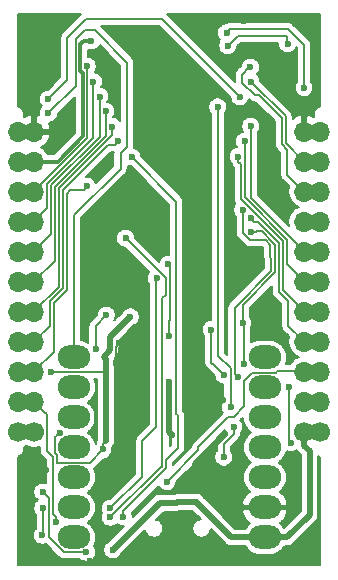
<source format=gbr>
G04 #@! TF.GenerationSoftware,KiCad,Pcbnew,(5.1.5-0)*
G04 #@! TF.CreationDate,2024-09-01T10:03:29-07:00*
G04 #@! TF.ProjectId,wvr_v.1.0,7776725f-762e-4312-9e30-2e6b69636164,rev?*
G04 #@! TF.SameCoordinates,Original*
G04 #@! TF.FileFunction,Copper,L2,Bot*
G04 #@! TF.FilePolarity,Positive*
%FSLAX46Y46*%
G04 Gerber Fmt 4.6, Leading zero omitted, Abs format (unit mm)*
G04 Created by KiCad (PCBNEW (5.1.5-0)) date 2024-09-01 10:03:29*
%MOMM*%
%LPD*%
G04 APERTURE LIST*
%ADD10O,2.748280X1.998980*%
%ADD11O,1.700000X1.700000*%
%ADD12C,1.700000*%
%ADD13C,0.600000*%
%ADD14C,0.127000*%
%ADD15C,0.300000*%
%ADD16C,0.500000*%
%ADD17C,0.200000*%
G04 APERTURE END LIST*
D10*
X135453120Y-62313820D03*
X135453120Y-59773820D03*
X135453120Y-57233820D03*
X135453120Y-54693820D03*
X135453120Y-52153820D03*
X135453120Y-49613820D03*
X135453120Y-47073820D03*
X151617680Y-47073820D03*
X151617680Y-49613820D03*
X151617680Y-52153820D03*
X151617680Y-54693820D03*
X151617680Y-57233820D03*
X151617680Y-59773820D03*
X151617680Y-62313820D03*
D11*
X154940000Y-27960000D03*
X154940000Y-30500000D03*
X154940000Y-33040000D03*
X154940000Y-35580000D03*
X154940000Y-38120000D03*
X154940000Y-40660000D03*
X154940000Y-43200000D03*
X154940000Y-45740000D03*
X154940000Y-48280000D03*
X154940000Y-50820000D03*
D12*
X154940000Y-53360000D03*
D11*
X156300000Y-33040000D03*
X156300000Y-35580000D03*
X156300000Y-50820000D03*
D12*
X156300000Y-53360000D03*
D11*
X156300000Y-38120000D03*
X156300000Y-40660000D03*
X156300000Y-43200000D03*
X156300000Y-45740000D03*
X156300000Y-48280000D03*
X156300000Y-27960000D03*
X156300000Y-30500000D03*
D12*
X132080000Y-53360000D03*
D11*
X132080000Y-50820000D03*
X132080000Y-48280000D03*
X132080000Y-45740000D03*
X132080000Y-43200000D03*
X132080000Y-40660000D03*
X132080000Y-38120000D03*
X132080000Y-35580000D03*
X132080000Y-33040000D03*
X132080000Y-30500000D03*
X132080000Y-27960000D03*
X130730000Y-45740000D03*
X130730000Y-43200000D03*
X130730000Y-33040000D03*
X130730000Y-40660000D03*
X130730000Y-50820000D03*
D12*
X130730000Y-53360000D03*
D11*
X130730000Y-27960000D03*
X130730000Y-38120000D03*
X130730000Y-35580000D03*
X130730000Y-48280000D03*
X130730000Y-30500000D03*
D13*
X143420000Y-27100000D03*
X143400000Y-26160000D03*
X143420000Y-27980000D03*
X143400000Y-25260000D03*
X143400000Y-24400000D03*
X141580000Y-27050000D03*
X141560000Y-26110000D03*
X141580000Y-27930000D03*
X141560000Y-25210000D03*
X141560000Y-24350000D03*
X140720000Y-27020000D03*
X140700000Y-26080000D03*
X140720000Y-27900000D03*
X140700000Y-25180000D03*
X140700000Y-24320000D03*
X142510000Y-27070000D03*
X142490000Y-26130000D03*
X142510000Y-27950000D03*
X142490000Y-25230000D03*
X142490000Y-24370000D03*
X144360000Y-25230000D03*
X144380000Y-27070000D03*
X144380000Y-27950000D03*
X144360000Y-24370000D03*
X144360000Y-26130000D03*
X143510000Y-49140000D03*
X139010000Y-47550000D03*
X140410000Y-32520000D03*
X145820000Y-34540000D03*
X145820000Y-41590000D03*
X148070000Y-50660000D03*
X146260000Y-23060000D03*
X139313712Y-45853712D03*
X139240000Y-42330000D03*
X149410000Y-39870000D03*
X146450000Y-30340000D03*
X138600000Y-22880000D03*
X136547000Y-36380000D03*
X148220000Y-53530000D03*
X143760000Y-53610000D03*
X131600000Y-19450000D03*
X133300000Y-29200000D03*
X146000000Y-43500000D03*
X139649200Y-54000400D03*
X131013200Y-63042800D03*
X153606500Y-21717000D03*
X145986500Y-53403500D03*
X139001500Y-61658500D03*
X136855200Y-64338200D03*
X138481032Y-56696577D03*
X138480800Y-58648600D03*
X133121400Y-56565800D03*
X136652000Y-41757600D03*
X146253200Y-56540400D03*
X147269200Y-62103000D03*
X149199600Y-60629800D03*
X149326600Y-56972200D03*
X155829000Y-63271400D03*
X131826000Y-54914800D03*
X139750800Y-57023000D03*
X137236200Y-53111400D03*
X137236200Y-50825400D03*
X150545800Y-43408600D03*
X141400000Y-37300000D03*
X137900000Y-31350000D03*
X149850000Y-18550000D03*
X154920000Y-26140000D03*
X145460000Y-18880000D03*
X141260000Y-19420000D03*
X147620000Y-21940000D03*
X138520000Y-46050000D03*
X140230000Y-43640000D03*
X134239000Y-53441600D03*
X136930000Y-20260000D03*
X154940000Y-24257000D03*
X137922000Y-54864000D03*
X153670000Y-49555400D03*
X133553200Y-48310800D03*
X153822400Y-54279800D03*
X148380000Y-19590000D03*
X148470000Y-20680000D03*
X153543000Y-20510500D03*
X132820000Y-58470000D03*
X136519502Y-63562075D03*
X143340000Y-57600000D03*
X133934200Y-60985400D03*
X150434895Y-35265106D03*
X149376000Y-30060000D03*
X149903000Y-28770000D03*
X150430000Y-27510000D03*
X133300000Y-25200000D03*
X149500000Y-25000000D03*
X137107000Y-23720000D03*
X136580000Y-22420000D03*
X138161000Y-26230000D03*
X137634000Y-24980000D03*
X139215000Y-28770000D03*
X138688000Y-27520000D03*
X136570000Y-32580000D03*
X150400000Y-22500000D03*
X150430000Y-23710000D03*
X148971000Y-52959000D03*
X148130000Y-55510000D03*
X148717000Y-51308000D03*
X147630000Y-25860000D03*
X150410000Y-36430000D03*
X149860000Y-47625000D03*
X149733000Y-44196000D03*
X149739894Y-34570106D03*
X149352000Y-48768000D03*
X148140000Y-48530000D03*
X147103000Y-44710000D03*
X143450000Y-39180000D03*
X143490000Y-45240000D03*
X137287000Y-46355000D03*
X138200000Y-43500000D03*
X132819945Y-59842000D03*
X132791200Y-62128400D03*
X139636500Y-60579000D03*
X140340000Y-30100000D03*
X142450000Y-40380000D03*
X138546909Y-59861579D03*
X138544300Y-60609480D03*
X139830000Y-36990000D03*
X138747500Y-63373000D03*
X145796000Y-59334400D03*
X133300000Y-26400000D03*
D14*
X143510000Y-53520000D02*
X143470000Y-53560000D01*
X139010000Y-46157424D02*
X139010000Y-47550000D01*
X139313712Y-45853712D02*
X139010000Y-46157424D01*
X143510000Y-53520000D02*
X143740000Y-53520000D01*
D15*
X136547000Y-36303000D02*
X137960000Y-34890000D01*
X136547000Y-36380000D02*
X136547000Y-36303000D01*
D16*
X145670000Y-56080000D02*
X145670000Y-57230000D01*
X148220000Y-53530000D02*
X145670000Y-56080000D01*
X143510000Y-53360000D02*
X143760000Y-53610000D01*
X143510000Y-49140000D02*
X143510000Y-53360000D01*
D17*
X137236200Y-53111400D02*
X137236200Y-50825400D01*
D16*
X138520000Y-45690000D02*
X138520000Y-46050000D01*
D15*
X136202990Y-28363838D02*
X134076828Y-30490000D01*
X134076828Y-30490000D02*
X132000000Y-30490000D01*
X136202990Y-22992990D02*
X136202990Y-28363838D01*
X136002999Y-22792999D02*
X136202990Y-22992990D01*
X136002999Y-20537001D02*
X136002999Y-22792999D01*
D16*
X140230000Y-43640000D02*
X138520000Y-45350000D01*
X138520000Y-45350000D02*
X138520000Y-45690000D01*
X138520000Y-46050000D02*
X138520000Y-46474264D01*
X137963132Y-47031132D02*
X138176000Y-47244000D01*
X138520000Y-46474264D02*
X137963132Y-47031132D01*
D17*
X154940000Y-20637500D02*
X154940000Y-24257000D01*
X153802500Y-19500000D02*
X154940000Y-20637500D01*
X136778680Y-56007320D02*
X133985320Y-56007320D01*
X137922000Y-54864000D02*
X136778680Y-56007320D01*
X137922000Y-54439736D02*
X138176000Y-54185736D01*
X138176000Y-54185736D02*
X138176000Y-54165500D01*
X137922000Y-54864000D02*
X137922000Y-54439736D01*
X133939001Y-53741599D02*
X134239000Y-53441600D01*
X133851970Y-53828630D02*
X133939001Y-53741599D01*
X133851970Y-55201852D02*
X133851970Y-53828630D01*
X133985320Y-55335202D02*
X133851970Y-55201852D01*
X133985320Y-56007320D02*
X133985320Y-55335202D01*
X133553200Y-48310800D02*
X136683464Y-48310800D01*
D16*
X138176000Y-48310800D02*
X138176000Y-54165500D01*
D17*
X136683464Y-48310800D02*
X138176000Y-48310800D01*
D16*
X138176000Y-47244000D02*
X138176000Y-48310800D01*
D17*
X153670000Y-54127400D02*
X153822400Y-54279800D01*
X153670000Y-49555400D02*
X153670000Y-54127400D01*
X153592501Y-19290001D02*
X153802500Y-19500000D01*
X148679999Y-19290001D02*
X153592501Y-19290001D01*
X148380000Y-19590000D02*
X148679999Y-19290001D01*
D15*
X136280000Y-20260000D02*
X136930000Y-20260000D01*
X136002999Y-20537001D02*
X136280000Y-20260000D01*
D17*
X153497001Y-20528001D02*
X153497001Y-19947797D01*
X153497001Y-19947797D02*
X153376107Y-19826903D01*
X153376107Y-19826903D02*
X153377402Y-19828176D01*
X150624730Y-19824730D02*
X153376107Y-19826903D01*
X153525499Y-20528001D02*
X153543000Y-20510500D01*
X153497001Y-20528001D02*
X153525499Y-20528001D01*
X149325270Y-19824730D02*
X148470000Y-20680000D01*
X150624730Y-19824730D02*
X149325270Y-19824730D01*
X134592193Y-63562075D02*
X136519502Y-63562075D01*
X133346946Y-62316828D02*
X134592193Y-63562075D01*
X133346946Y-58996946D02*
X133346946Y-62316828D01*
X132820000Y-58470000D02*
X133346946Y-58996946D01*
X152680000Y-48260000D02*
X154940000Y-48260000D01*
X152552680Y-48387320D02*
X150570880Y-48387320D01*
X152680000Y-48260000D02*
X152552680Y-48387320D01*
X150570880Y-48387320D02*
X149885400Y-49072800D01*
X149885400Y-49072800D02*
X149885400Y-51206400D01*
X149885400Y-51206400D02*
X148971000Y-52120800D01*
X148971000Y-52120800D02*
X148513800Y-52120800D01*
X148513800Y-52120800D02*
X145999200Y-54635400D01*
X145999200Y-54940800D02*
X143340000Y-57600000D01*
X145999200Y-54635400D02*
X145999200Y-54940800D01*
X133157001Y-54969344D02*
X133157001Y-51897001D01*
X132929999Y-51669999D02*
X132080000Y-50820000D01*
X133654800Y-56139261D02*
X133654800Y-55467143D01*
X133654800Y-55467143D02*
X133157001Y-54969344D01*
X133680200Y-56164661D02*
X133654800Y-56139261D01*
X133680200Y-60307136D02*
X133680200Y-56164661D01*
X133157001Y-51897001D02*
X132929999Y-51669999D01*
X133934200Y-60561136D02*
X133680200Y-60307136D01*
X133934200Y-60985400D02*
X133934200Y-60561136D01*
X150734894Y-35565105D02*
X151017724Y-35565105D01*
X150434895Y-35265106D02*
X150734894Y-35565105D01*
X151017724Y-35565105D02*
X152680000Y-37227381D01*
X152680000Y-37230000D02*
X152825980Y-37375980D01*
X152680000Y-37227381D02*
X152680000Y-37230000D01*
X152825980Y-41528441D02*
X153590000Y-42292461D01*
X152825980Y-37375980D02*
X152825980Y-41528441D01*
X153590000Y-44370000D02*
X154940000Y-45720000D01*
X153590000Y-42292461D02*
X153590000Y-44370000D01*
X153152990Y-41392990D02*
X154650000Y-42890000D01*
X153152990Y-37237910D02*
X153152990Y-41392990D01*
X149575990Y-33660911D02*
X153152990Y-37237910D01*
X149575990Y-30684254D02*
X149575990Y-33660911D01*
X149376000Y-30484264D02*
X149575990Y-30684254D01*
X149376000Y-30060000D02*
X149376000Y-30484264D01*
X149903000Y-28770000D02*
X149903000Y-33525460D01*
X149903000Y-33525460D02*
X153480000Y-37102460D01*
X153480000Y-39180000D02*
X154940000Y-40640000D01*
X153480000Y-37102460D02*
X153480000Y-39180000D01*
X150430000Y-33590000D02*
X154940000Y-38100000D01*
X150430000Y-27510000D02*
X150430000Y-33590000D01*
X133300000Y-25200000D02*
X134900000Y-23600000D01*
X134900000Y-23600000D02*
X134900000Y-20000000D01*
X136498764Y-18438764D02*
X136490000Y-18430000D01*
X136490000Y-18430000D02*
X134900000Y-20000000D01*
X142930000Y-18430000D02*
X136490000Y-18430000D01*
X149500000Y-25000000D02*
X142930000Y-18430000D01*
X137107000Y-23720000D02*
X137107000Y-28455460D01*
X137107000Y-28455460D02*
X133200000Y-32362460D01*
X133200000Y-34440000D02*
X132080000Y-35560000D01*
X133200000Y-32362460D02*
X133200000Y-34440000D01*
X136580000Y-28520000D02*
X132080000Y-33020000D01*
X136580000Y-22420000D02*
X136580000Y-28520000D01*
X133854020Y-32633360D02*
X133854020Y-38865980D01*
X138161000Y-28326380D02*
X133854020Y-32633360D01*
X133854020Y-38865980D02*
X132080000Y-40640000D01*
X138161000Y-26230000D02*
X138161000Y-28326380D01*
X133527010Y-36652990D02*
X132929999Y-37250001D01*
X132929999Y-37250001D02*
X132080000Y-38100000D01*
X137634000Y-28390920D02*
X133527010Y-32497910D01*
X133527010Y-32497910D02*
X133527010Y-36652990D01*
X137634000Y-24980000D02*
X137634000Y-28390920D01*
X138915001Y-29069999D02*
X138350001Y-29069999D01*
X139215000Y-28770000D02*
X138915001Y-29069999D01*
X138350001Y-29069999D02*
X134508040Y-32911960D01*
X134508040Y-41214421D02*
X133430000Y-42292461D01*
X134508040Y-32911960D02*
X134508040Y-41214421D01*
X133430000Y-44370000D02*
X132080000Y-45720000D01*
X133430000Y-42292461D02*
X133430000Y-44370000D01*
X134181030Y-41078970D02*
X132080000Y-43180000D01*
X134181030Y-32768810D02*
X134181030Y-41078970D01*
X138688000Y-28261840D02*
X134181030Y-32768810D01*
X138688000Y-27520000D02*
X138688000Y-28261840D01*
X134835050Y-33194950D02*
X134835050Y-41349872D01*
X136270001Y-32879999D02*
X135150001Y-32879999D01*
X133757010Y-46582990D02*
X132080000Y-48260000D01*
X134835050Y-41349872D02*
X133757010Y-42427911D01*
X135150001Y-32879999D02*
X134835050Y-33194950D01*
X136570000Y-32580000D02*
X136270001Y-32879999D01*
X133757010Y-42427911D02*
X133757010Y-46582990D01*
X153042990Y-29035451D02*
X153520000Y-29512460D01*
X153042990Y-26785450D02*
X153042990Y-29035451D01*
X151147540Y-24890000D02*
X153042990Y-26785450D01*
X149690000Y-23130000D02*
X149690000Y-23800000D01*
X150320000Y-22500000D02*
X149690000Y-23130000D01*
X150780000Y-24890000D02*
X151147540Y-24890000D01*
X149690000Y-23800000D02*
X150780000Y-24890000D01*
X150400000Y-22500000D02*
X150320000Y-22500000D01*
X153520000Y-31590000D02*
X154970000Y-33040000D01*
X153520000Y-29512460D02*
X153520000Y-31590000D01*
X150430000Y-23710000D02*
X153370000Y-26650000D01*
X153370000Y-28900000D02*
X154970000Y-30500000D01*
X153370000Y-26650000D02*
X153370000Y-28900000D01*
X148130000Y-54430000D02*
X148130000Y-55510000D01*
X147630000Y-46920000D02*
X147630000Y-25860000D01*
X148971000Y-53589000D02*
X148971000Y-52959000D01*
X148130000Y-54430000D02*
X148971000Y-53589000D01*
X148717000Y-48007000D02*
X147630000Y-46920000D01*
X148717000Y-49403000D02*
X148717000Y-48007000D01*
X148717000Y-49403000D02*
X148717000Y-51308000D01*
X150914264Y-36350000D02*
X151340159Y-36350000D01*
X150834264Y-36430000D02*
X150914264Y-36350000D01*
X150410000Y-36430000D02*
X150834264Y-36430000D01*
X151340159Y-36350000D02*
X152352990Y-37362831D01*
X152352990Y-37365451D02*
X152498970Y-37511431D01*
X152352990Y-37362831D02*
X152352990Y-37365451D01*
X149860000Y-44323000D02*
X149733000Y-44196000D01*
X149860000Y-47625000D02*
X149860000Y-44323000D01*
X152498970Y-37511431D02*
X152498970Y-39860490D01*
X149733000Y-42626460D02*
X149733000Y-44196000D01*
X152498970Y-39860490D02*
X149733000Y-42626460D01*
X150360038Y-37160000D02*
X151687699Y-37160000D01*
X149739894Y-36539856D02*
X150360038Y-37160000D01*
X149739894Y-34570106D02*
X149739894Y-36539856D01*
X151687699Y-37160000D02*
X152090000Y-37562301D01*
X149052001Y-48468001D02*
X149052001Y-42844999D01*
X149352000Y-48768000D02*
X149052001Y-48468001D01*
X149052001Y-42844999D02*
X152146000Y-39751000D01*
X152090000Y-37562301D02*
X152146000Y-39751000D01*
X147302990Y-47692990D02*
X148140000Y-48530000D01*
X147302990Y-47692990D02*
X147302990Y-47717010D01*
X147103000Y-47517020D02*
X147103000Y-44710000D01*
X147302990Y-47717010D02*
X147103000Y-47517020D01*
X143554011Y-39284011D02*
X143450000Y-39180000D01*
X143554011Y-43921725D02*
X143554011Y-39284011D01*
X143500000Y-43975736D02*
X143554011Y-43921725D01*
X143500000Y-44805736D02*
X143500000Y-43975736D01*
X143490000Y-44815736D02*
X143500000Y-44805736D01*
X143490000Y-45240000D02*
X143490000Y-44815736D01*
X137287000Y-44413000D02*
X137287000Y-46355000D01*
X138200000Y-43500000D02*
X137287000Y-44413000D01*
X132819945Y-62099655D02*
X132791200Y-62128400D01*
X132819945Y-59842000D02*
X132819945Y-62099655D01*
X139636500Y-60115960D02*
X139636500Y-60579000D01*
X143279971Y-56472489D02*
X139636500Y-60115960D01*
X144287001Y-51987001D02*
X144287001Y-54721999D01*
X144122999Y-33882999D02*
X144122999Y-51822999D01*
X144287001Y-54721999D02*
X143279971Y-55729029D01*
X144122999Y-51822999D02*
X144287001Y-51987001D01*
X143279971Y-55729029D02*
X143279971Y-56472489D01*
X140340000Y-30100000D02*
X144122999Y-33882999D01*
X142425961Y-40404039D02*
X142450000Y-40380000D01*
X142425961Y-52984039D02*
X142425961Y-40404039D01*
X141224000Y-54876000D02*
X141230000Y-54870000D01*
X141230000Y-54180000D02*
X142425961Y-52984039D01*
X141224000Y-57184488D02*
X141224000Y-54876000D01*
X141230000Y-54870000D02*
X141230000Y-54180000D01*
X138546909Y-59861579D02*
X141224000Y-57184488D01*
X143227001Y-40387001D02*
X139830000Y-36990000D01*
X143227001Y-41762961D02*
X143227001Y-40387001D01*
X142952961Y-42037001D02*
X143227001Y-41762961D01*
X142952961Y-56337039D02*
X142952961Y-42037001D01*
X142816741Y-56337039D02*
X138544300Y-60609480D01*
X142952961Y-56337039D02*
X142816741Y-56337039D01*
D15*
X138775962Y-63373000D02*
X138747500Y-63373000D01*
D16*
X142748000Y-59372500D02*
X138747500Y-63373000D01*
X144145000Y-59372500D02*
X142748000Y-59372500D01*
X144183100Y-59334400D02*
X144145000Y-59372500D01*
X145796000Y-59334400D02*
X144183100Y-59334400D01*
X153491820Y-62313820D02*
X151617680Y-62313820D01*
X148775420Y-62313820D02*
X145796000Y-59334400D01*
X151617680Y-62313820D02*
X148775420Y-62313820D01*
X154940000Y-53360000D02*
X154940000Y-54562081D01*
X155411010Y-60394630D02*
X153491820Y-62313820D01*
X155411010Y-55033091D02*
X155411010Y-60394630D01*
X154940000Y-54562081D02*
X155411010Y-55033091D01*
D17*
X135625990Y-24074010D02*
X133300000Y-26400000D01*
X135625990Y-20134048D02*
X135625990Y-24074010D01*
X139950000Y-29230000D02*
X139950000Y-22121492D01*
X139400000Y-29780000D02*
X139950000Y-29230000D01*
X135450000Y-35050000D02*
X139400000Y-31100000D01*
X139400000Y-31100000D02*
X139400000Y-29780000D01*
X135450000Y-43733322D02*
X135450000Y-35050000D01*
X135453120Y-43736442D02*
X135450000Y-43733322D01*
X135453120Y-47073820D02*
X135453120Y-43736442D01*
X137211507Y-19382999D02*
X139950000Y-22121492D01*
X136377039Y-19382999D02*
X137211507Y-19382999D01*
X135625990Y-20134048D02*
X136377039Y-19382999D01*
X152373820Y-54693820D02*
X151617680Y-54693820D01*
G36*
X140106649Y-30869257D02*
G01*
X140261207Y-30900000D01*
X140291473Y-30900000D01*
X143522999Y-34131527D01*
X143522999Y-38380000D01*
X143371207Y-38380000D01*
X143216649Y-38410743D01*
X143071058Y-38471049D01*
X142940030Y-38558599D01*
X142828599Y-38670030D01*
X142741049Y-38801058D01*
X142680743Y-38946649D01*
X142673183Y-38984655D01*
X140630000Y-36941473D01*
X140630000Y-36911207D01*
X140599257Y-36756649D01*
X140538951Y-36611058D01*
X140451401Y-36480030D01*
X140339970Y-36368599D01*
X140208942Y-36281049D01*
X140063351Y-36220743D01*
X139908793Y-36190000D01*
X139751207Y-36190000D01*
X139596649Y-36220743D01*
X139451058Y-36281049D01*
X139320030Y-36368599D01*
X139208599Y-36480030D01*
X139121049Y-36611058D01*
X139060743Y-36756649D01*
X139030000Y-36911207D01*
X139030000Y-37068793D01*
X139060743Y-37223351D01*
X139121049Y-37368942D01*
X139208599Y-37499970D01*
X139320030Y-37611401D01*
X139451058Y-37698951D01*
X139596649Y-37759257D01*
X139751207Y-37790000D01*
X139781473Y-37790000D01*
X141845051Y-39853578D01*
X141828599Y-39870030D01*
X141741049Y-40001058D01*
X141680743Y-40146649D01*
X141650000Y-40301207D01*
X141650000Y-40458793D01*
X141680743Y-40613351D01*
X141741049Y-40758942D01*
X141825962Y-40886023D01*
X141825961Y-52735511D01*
X140826581Y-53734891D01*
X140803684Y-53753683D01*
X140728705Y-53845045D01*
X140672990Y-53949279D01*
X140638682Y-54062379D01*
X140631428Y-54136026D01*
X140627097Y-54180000D01*
X140630000Y-54209474D01*
X140630000Y-54785610D01*
X140621097Y-54876000D01*
X140624001Y-54905483D01*
X140624000Y-56935959D01*
X138498382Y-59061579D01*
X138468116Y-59061579D01*
X138313558Y-59092322D01*
X138167967Y-59152628D01*
X138036939Y-59240178D01*
X137925508Y-59351609D01*
X137837958Y-59482637D01*
X137777652Y-59628228D01*
X137746909Y-59782786D01*
X137746909Y-59940372D01*
X137777652Y-60094930D01*
X137834586Y-60232380D01*
X137775043Y-60376129D01*
X137744300Y-60530687D01*
X137744300Y-60688273D01*
X137775043Y-60842831D01*
X137835349Y-60988422D01*
X137922899Y-61119450D01*
X138034330Y-61230881D01*
X138165358Y-61318431D01*
X138310949Y-61378737D01*
X138465507Y-61409480D01*
X138623093Y-61409480D01*
X138777651Y-61378737D01*
X138923242Y-61318431D01*
X139054270Y-61230881D01*
X139105640Y-61179511D01*
X139126530Y-61200401D01*
X139257558Y-61287951D01*
X139403149Y-61348257D01*
X139557707Y-61379000D01*
X139680840Y-61379000D01*
X138415049Y-62644792D01*
X138368558Y-62664049D01*
X138237530Y-62751599D01*
X138126099Y-62863030D01*
X138038549Y-62994058D01*
X137978243Y-63139649D01*
X137947500Y-63294207D01*
X137947500Y-63451793D01*
X137978243Y-63606351D01*
X138038549Y-63751942D01*
X138126099Y-63882970D01*
X138237530Y-63994401D01*
X138368558Y-64081951D01*
X138514149Y-64142257D01*
X138668707Y-64173000D01*
X138826293Y-64173000D01*
X138980851Y-64142257D01*
X139126442Y-64081951D01*
X139257470Y-63994401D01*
X139368901Y-63882970D01*
X139456451Y-63751942D01*
X139475708Y-63705451D01*
X141494153Y-61687007D01*
X141514783Y-61790719D01*
X141573204Y-61931760D01*
X141658018Y-62058694D01*
X141765966Y-62166642D01*
X141892900Y-62251456D01*
X142033941Y-62309877D01*
X142183669Y-62339660D01*
X142336331Y-62339660D01*
X142486059Y-62309877D01*
X142627100Y-62251456D01*
X142754034Y-62166642D01*
X142861982Y-62058694D01*
X142946796Y-61931760D01*
X143005217Y-61790719D01*
X143035000Y-61640991D01*
X143035000Y-61488329D01*
X143005217Y-61338601D01*
X142946796Y-61197560D01*
X142861982Y-61070626D01*
X142754034Y-60962678D01*
X142627100Y-60877864D01*
X142486059Y-60819443D01*
X142382347Y-60798813D01*
X143058661Y-60122500D01*
X144108173Y-60122500D01*
X144145000Y-60126127D01*
X144181827Y-60122500D01*
X144181835Y-60122500D01*
X144292026Y-60111647D01*
X144381847Y-60084400D01*
X145485341Y-60084400D01*
X146190601Y-60789660D01*
X146183669Y-60789660D01*
X146033941Y-60819443D01*
X145892900Y-60877864D01*
X145765966Y-60962678D01*
X145658018Y-61070626D01*
X145573204Y-61197560D01*
X145514783Y-61338601D01*
X145485000Y-61488329D01*
X145485000Y-61640991D01*
X145514783Y-61790719D01*
X145573204Y-61931760D01*
X145658018Y-62058694D01*
X145765966Y-62166642D01*
X145892900Y-62251456D01*
X146033941Y-62309877D01*
X146183669Y-62339660D01*
X146336331Y-62339660D01*
X146486059Y-62309877D01*
X146627100Y-62251456D01*
X146754034Y-62166642D01*
X146861982Y-62058694D01*
X146946796Y-61931760D01*
X147005217Y-61790719D01*
X147035000Y-61640991D01*
X147035000Y-61634060D01*
X148219046Y-62818106D01*
X148242525Y-62846715D01*
X148356727Y-62940439D01*
X148457042Y-62994058D01*
X148487019Y-63010081D01*
X148628393Y-63052967D01*
X148643237Y-63054429D01*
X148738585Y-63063820D01*
X148738591Y-63063820D01*
X148775419Y-63067447D01*
X148812247Y-63063820D01*
X149943660Y-63063820D01*
X149990217Y-63150923D01*
X150177600Y-63379250D01*
X150405927Y-63566633D01*
X150666424Y-63705871D01*
X150949079Y-63791613D01*
X151169370Y-63813310D01*
X152065990Y-63813310D01*
X152286281Y-63791613D01*
X152568936Y-63705871D01*
X152829433Y-63566633D01*
X153057760Y-63379250D01*
X153245143Y-63150923D01*
X153291700Y-63063820D01*
X153454993Y-63063820D01*
X153491820Y-63067447D01*
X153528647Y-63063820D01*
X153528655Y-63063820D01*
X153638846Y-63052967D01*
X153780221Y-63010081D01*
X153910513Y-62940439D01*
X154024715Y-62846715D01*
X154048199Y-62818101D01*
X155915296Y-60951004D01*
X155943905Y-60927525D01*
X155967764Y-60898454D01*
X156037629Y-60813323D01*
X156107271Y-60683031D01*
X156150157Y-60541656D01*
X156154239Y-60500207D01*
X156161010Y-60431465D01*
X156161010Y-60431458D01*
X156164637Y-60394630D01*
X156161010Y-60357802D01*
X156161010Y-55428855D01*
X156274703Y-55497071D01*
X156265527Y-64645000D01*
X130715526Y-64645000D01*
X130724701Y-55497429D01*
X130958961Y-55356873D01*
X130993086Y-55338633D01*
X131023199Y-55313919D01*
X131054452Y-55290718D01*
X131063078Y-55281192D01*
X131073027Y-55273027D01*
X131097749Y-55242904D01*
X131123867Y-55214060D01*
X131130469Y-55203034D01*
X131138633Y-55193086D01*
X131156996Y-55158730D01*
X131176993Y-55125334D01*
X131181319Y-55113226D01*
X131187383Y-55101881D01*
X131198689Y-55064611D01*
X131211788Y-55027948D01*
X131213669Y-55015227D01*
X131217403Y-55002918D01*
X131221220Y-54964162D01*
X131226916Y-54925645D01*
X131225000Y-54887007D01*
X131225000Y-54616193D01*
X131369465Y-54556354D01*
X131405000Y-54532610D01*
X131440535Y-54556354D01*
X131686220Y-54658120D01*
X131947037Y-54710000D01*
X132212963Y-54710000D01*
X132473780Y-54658120D01*
X132557001Y-54623649D01*
X132557001Y-54939870D01*
X132554098Y-54969344D01*
X132557001Y-54998817D01*
X132565683Y-55086964D01*
X132599991Y-55200064D01*
X132655705Y-55304298D01*
X132730684Y-55395661D01*
X132753587Y-55414457D01*
X133054800Y-55715671D01*
X133054800Y-56109787D01*
X133051897Y-56139261D01*
X133054800Y-56168734D01*
X133063482Y-56256881D01*
X133080201Y-56311997D01*
X133080201Y-57711865D01*
X133053351Y-57700743D01*
X132898793Y-57670000D01*
X132741207Y-57670000D01*
X132586649Y-57700743D01*
X132441058Y-57761049D01*
X132310030Y-57848599D01*
X132198599Y-57960030D01*
X132111049Y-58091058D01*
X132050743Y-58236649D01*
X132020000Y-58391207D01*
X132020000Y-58548793D01*
X132050743Y-58703351D01*
X132111049Y-58848942D01*
X132198599Y-58979970D01*
X132310030Y-59091401D01*
X132406682Y-59155982D01*
X132309975Y-59220599D01*
X132198544Y-59332030D01*
X132110994Y-59463058D01*
X132050688Y-59608649D01*
X132019945Y-59763207D01*
X132019945Y-59920793D01*
X132050688Y-60075351D01*
X132110994Y-60220942D01*
X132198544Y-60351970D01*
X132219945Y-60373371D01*
X132219946Y-61568283D01*
X132169799Y-61618430D01*
X132082249Y-61749458D01*
X132021943Y-61895049D01*
X131991200Y-62049607D01*
X131991200Y-62207193D01*
X132021943Y-62361751D01*
X132082249Y-62507342D01*
X132169799Y-62638370D01*
X132281230Y-62749801D01*
X132412258Y-62837351D01*
X132557849Y-62897657D01*
X132712407Y-62928400D01*
X132869993Y-62928400D01*
X133024551Y-62897657D01*
X133063227Y-62881637D01*
X134147084Y-63965494D01*
X134165876Y-63988392D01*
X134257238Y-64063371D01*
X134361472Y-64119085D01*
X134474572Y-64153393D01*
X134592192Y-64164978D01*
X134621666Y-64162075D01*
X135988131Y-64162075D01*
X136009532Y-64183476D01*
X136140560Y-64271026D01*
X136286151Y-64331332D01*
X136440709Y-64362075D01*
X136598295Y-64362075D01*
X136752853Y-64331332D01*
X136898444Y-64271026D01*
X137029472Y-64183476D01*
X137140903Y-64072045D01*
X137228453Y-63941017D01*
X137288759Y-63795426D01*
X137319502Y-63640868D01*
X137319502Y-63483282D01*
X137288759Y-63328724D01*
X137228453Y-63183133D01*
X137140903Y-63052105D01*
X137136015Y-63047217D01*
X137219821Y-62890426D01*
X137305563Y-62607771D01*
X137334515Y-62313820D01*
X137305563Y-62019869D01*
X137219821Y-61737214D01*
X137080583Y-61476717D01*
X136893200Y-61248390D01*
X136664873Y-61061007D01*
X136632718Y-61043820D01*
X136664873Y-61026633D01*
X136893200Y-60839250D01*
X137080583Y-60610923D01*
X137219821Y-60350426D01*
X137305563Y-60067771D01*
X137334515Y-59773820D01*
X137305563Y-59479869D01*
X137219821Y-59197214D01*
X137080583Y-58936717D01*
X136893200Y-58708390D01*
X136664873Y-58521007D01*
X136632718Y-58503820D01*
X136664873Y-58486633D01*
X136893200Y-58299250D01*
X137080583Y-58070923D01*
X137219821Y-57810426D01*
X137305563Y-57527771D01*
X137334515Y-57233820D01*
X137305563Y-56939869D01*
X137219821Y-56657214D01*
X137132235Y-56493351D01*
X137204997Y-56433637D01*
X137223793Y-56410734D01*
X137970528Y-55664000D01*
X138000793Y-55664000D01*
X138155351Y-55633257D01*
X138300942Y-55572951D01*
X138431970Y-55485401D01*
X138543401Y-55373970D01*
X138630951Y-55242942D01*
X138691257Y-55097351D01*
X138722000Y-54942793D01*
X138722000Y-54785207D01*
X138705316Y-54701332D01*
X138708895Y-54698395D01*
X138802619Y-54584193D01*
X138872261Y-54453901D01*
X138915147Y-54312526D01*
X138926000Y-54202335D01*
X138926000Y-47280828D01*
X138929627Y-47244000D01*
X138926000Y-47207172D01*
X138926000Y-47207165D01*
X138918985Y-47135940D01*
X139024291Y-47030634D01*
X139052895Y-47007159D01*
X139076369Y-46978556D01*
X139076376Y-46978549D01*
X139116218Y-46930000D01*
X139146619Y-46892957D01*
X139216261Y-46762665D01*
X139259147Y-46621290D01*
X139270000Y-46511098D01*
X139270000Y-46511093D01*
X139273627Y-46474265D01*
X139270000Y-46437437D01*
X139270000Y-46329841D01*
X139289257Y-46283351D01*
X139320000Y-46128793D01*
X139320000Y-45971207D01*
X139289257Y-45816649D01*
X139270000Y-45770159D01*
X139270000Y-45660659D01*
X140562452Y-44368208D01*
X140608942Y-44348951D01*
X140739970Y-44261401D01*
X140851401Y-44149970D01*
X140938951Y-44018942D01*
X140999257Y-43873351D01*
X141030000Y-43718793D01*
X141030000Y-43561207D01*
X140999257Y-43406649D01*
X140938951Y-43261058D01*
X140851401Y-43130030D01*
X140739970Y-43018599D01*
X140608942Y-42931049D01*
X140463351Y-42870743D01*
X140308793Y-42840000D01*
X140151207Y-42840000D01*
X139996649Y-42870743D01*
X139851058Y-42931049D01*
X139720030Y-43018599D01*
X139608599Y-43130030D01*
X139521049Y-43261058D01*
X139501792Y-43307548D01*
X138865763Y-43943577D01*
X138908951Y-43878942D01*
X138969257Y-43733351D01*
X139000000Y-43578793D01*
X139000000Y-43421207D01*
X138969257Y-43266649D01*
X138908951Y-43121058D01*
X138821401Y-42990030D01*
X138709970Y-42878599D01*
X138578942Y-42791049D01*
X138433351Y-42730743D01*
X138278793Y-42700000D01*
X138121207Y-42700000D01*
X137966649Y-42730743D01*
X137821058Y-42791049D01*
X137690030Y-42878599D01*
X137578599Y-42990030D01*
X137491049Y-43121058D01*
X137430743Y-43266649D01*
X137400000Y-43421207D01*
X137400000Y-43451472D01*
X136883586Y-43967887D01*
X136860683Y-43986683D01*
X136785704Y-44078046D01*
X136729990Y-44182280D01*
X136706801Y-44258726D01*
X136695682Y-44295380D01*
X136684097Y-44413000D01*
X136687000Y-44442474D01*
X136687001Y-45823628D01*
X136678466Y-45832163D01*
X136664873Y-45821007D01*
X136404376Y-45681769D01*
X136121721Y-45596027D01*
X136053120Y-45589270D01*
X136053120Y-43765915D01*
X136056023Y-43736441D01*
X136050000Y-43675291D01*
X136050000Y-35298527D01*
X139803420Y-31545108D01*
X139826317Y-31526317D01*
X139901296Y-31434955D01*
X139957010Y-31330721D01*
X139973739Y-31275573D01*
X139991319Y-31217621D01*
X140002903Y-31100000D01*
X140000000Y-31070524D01*
X140000000Y-30825081D01*
X140106649Y-30869257D01*
G37*
X140106649Y-30869257D02*
X140261207Y-30900000D01*
X140291473Y-30900000D01*
X143522999Y-34131527D01*
X143522999Y-38380000D01*
X143371207Y-38380000D01*
X143216649Y-38410743D01*
X143071058Y-38471049D01*
X142940030Y-38558599D01*
X142828599Y-38670030D01*
X142741049Y-38801058D01*
X142680743Y-38946649D01*
X142673183Y-38984655D01*
X140630000Y-36941473D01*
X140630000Y-36911207D01*
X140599257Y-36756649D01*
X140538951Y-36611058D01*
X140451401Y-36480030D01*
X140339970Y-36368599D01*
X140208942Y-36281049D01*
X140063351Y-36220743D01*
X139908793Y-36190000D01*
X139751207Y-36190000D01*
X139596649Y-36220743D01*
X139451058Y-36281049D01*
X139320030Y-36368599D01*
X139208599Y-36480030D01*
X139121049Y-36611058D01*
X139060743Y-36756649D01*
X139030000Y-36911207D01*
X139030000Y-37068793D01*
X139060743Y-37223351D01*
X139121049Y-37368942D01*
X139208599Y-37499970D01*
X139320030Y-37611401D01*
X139451058Y-37698951D01*
X139596649Y-37759257D01*
X139751207Y-37790000D01*
X139781473Y-37790000D01*
X141845051Y-39853578D01*
X141828599Y-39870030D01*
X141741049Y-40001058D01*
X141680743Y-40146649D01*
X141650000Y-40301207D01*
X141650000Y-40458793D01*
X141680743Y-40613351D01*
X141741049Y-40758942D01*
X141825962Y-40886023D01*
X141825961Y-52735511D01*
X140826581Y-53734891D01*
X140803684Y-53753683D01*
X140728705Y-53845045D01*
X140672990Y-53949279D01*
X140638682Y-54062379D01*
X140631428Y-54136026D01*
X140627097Y-54180000D01*
X140630000Y-54209474D01*
X140630000Y-54785610D01*
X140621097Y-54876000D01*
X140624001Y-54905483D01*
X140624000Y-56935959D01*
X138498382Y-59061579D01*
X138468116Y-59061579D01*
X138313558Y-59092322D01*
X138167967Y-59152628D01*
X138036939Y-59240178D01*
X137925508Y-59351609D01*
X137837958Y-59482637D01*
X137777652Y-59628228D01*
X137746909Y-59782786D01*
X137746909Y-59940372D01*
X137777652Y-60094930D01*
X137834586Y-60232380D01*
X137775043Y-60376129D01*
X137744300Y-60530687D01*
X137744300Y-60688273D01*
X137775043Y-60842831D01*
X137835349Y-60988422D01*
X137922899Y-61119450D01*
X138034330Y-61230881D01*
X138165358Y-61318431D01*
X138310949Y-61378737D01*
X138465507Y-61409480D01*
X138623093Y-61409480D01*
X138777651Y-61378737D01*
X138923242Y-61318431D01*
X139054270Y-61230881D01*
X139105640Y-61179511D01*
X139126530Y-61200401D01*
X139257558Y-61287951D01*
X139403149Y-61348257D01*
X139557707Y-61379000D01*
X139680840Y-61379000D01*
X138415049Y-62644792D01*
X138368558Y-62664049D01*
X138237530Y-62751599D01*
X138126099Y-62863030D01*
X138038549Y-62994058D01*
X137978243Y-63139649D01*
X137947500Y-63294207D01*
X137947500Y-63451793D01*
X137978243Y-63606351D01*
X138038549Y-63751942D01*
X138126099Y-63882970D01*
X138237530Y-63994401D01*
X138368558Y-64081951D01*
X138514149Y-64142257D01*
X138668707Y-64173000D01*
X138826293Y-64173000D01*
X138980851Y-64142257D01*
X139126442Y-64081951D01*
X139257470Y-63994401D01*
X139368901Y-63882970D01*
X139456451Y-63751942D01*
X139475708Y-63705451D01*
X141494153Y-61687007D01*
X141514783Y-61790719D01*
X141573204Y-61931760D01*
X141658018Y-62058694D01*
X141765966Y-62166642D01*
X141892900Y-62251456D01*
X142033941Y-62309877D01*
X142183669Y-62339660D01*
X142336331Y-62339660D01*
X142486059Y-62309877D01*
X142627100Y-62251456D01*
X142754034Y-62166642D01*
X142861982Y-62058694D01*
X142946796Y-61931760D01*
X143005217Y-61790719D01*
X143035000Y-61640991D01*
X143035000Y-61488329D01*
X143005217Y-61338601D01*
X142946796Y-61197560D01*
X142861982Y-61070626D01*
X142754034Y-60962678D01*
X142627100Y-60877864D01*
X142486059Y-60819443D01*
X142382347Y-60798813D01*
X143058661Y-60122500D01*
X144108173Y-60122500D01*
X144145000Y-60126127D01*
X144181827Y-60122500D01*
X144181835Y-60122500D01*
X144292026Y-60111647D01*
X144381847Y-60084400D01*
X145485341Y-60084400D01*
X146190601Y-60789660D01*
X146183669Y-60789660D01*
X146033941Y-60819443D01*
X145892900Y-60877864D01*
X145765966Y-60962678D01*
X145658018Y-61070626D01*
X145573204Y-61197560D01*
X145514783Y-61338601D01*
X145485000Y-61488329D01*
X145485000Y-61640991D01*
X145514783Y-61790719D01*
X145573204Y-61931760D01*
X145658018Y-62058694D01*
X145765966Y-62166642D01*
X145892900Y-62251456D01*
X146033941Y-62309877D01*
X146183669Y-62339660D01*
X146336331Y-62339660D01*
X146486059Y-62309877D01*
X146627100Y-62251456D01*
X146754034Y-62166642D01*
X146861982Y-62058694D01*
X146946796Y-61931760D01*
X147005217Y-61790719D01*
X147035000Y-61640991D01*
X147035000Y-61634060D01*
X148219046Y-62818106D01*
X148242525Y-62846715D01*
X148356727Y-62940439D01*
X148457042Y-62994058D01*
X148487019Y-63010081D01*
X148628393Y-63052967D01*
X148643237Y-63054429D01*
X148738585Y-63063820D01*
X148738591Y-63063820D01*
X148775419Y-63067447D01*
X148812247Y-63063820D01*
X149943660Y-63063820D01*
X149990217Y-63150923D01*
X150177600Y-63379250D01*
X150405927Y-63566633D01*
X150666424Y-63705871D01*
X150949079Y-63791613D01*
X151169370Y-63813310D01*
X152065990Y-63813310D01*
X152286281Y-63791613D01*
X152568936Y-63705871D01*
X152829433Y-63566633D01*
X153057760Y-63379250D01*
X153245143Y-63150923D01*
X153291700Y-63063820D01*
X153454993Y-63063820D01*
X153491820Y-63067447D01*
X153528647Y-63063820D01*
X153528655Y-63063820D01*
X153638846Y-63052967D01*
X153780221Y-63010081D01*
X153910513Y-62940439D01*
X154024715Y-62846715D01*
X154048199Y-62818101D01*
X155915296Y-60951004D01*
X155943905Y-60927525D01*
X155967764Y-60898454D01*
X156037629Y-60813323D01*
X156107271Y-60683031D01*
X156150157Y-60541656D01*
X156154239Y-60500207D01*
X156161010Y-60431465D01*
X156161010Y-60431458D01*
X156164637Y-60394630D01*
X156161010Y-60357802D01*
X156161010Y-55428855D01*
X156274703Y-55497071D01*
X156265527Y-64645000D01*
X130715526Y-64645000D01*
X130724701Y-55497429D01*
X130958961Y-55356873D01*
X130993086Y-55338633D01*
X131023199Y-55313919D01*
X131054452Y-55290718D01*
X131063078Y-55281192D01*
X131073027Y-55273027D01*
X131097749Y-55242904D01*
X131123867Y-55214060D01*
X131130469Y-55203034D01*
X131138633Y-55193086D01*
X131156996Y-55158730D01*
X131176993Y-55125334D01*
X131181319Y-55113226D01*
X131187383Y-55101881D01*
X131198689Y-55064611D01*
X131211788Y-55027948D01*
X131213669Y-55015227D01*
X131217403Y-55002918D01*
X131221220Y-54964162D01*
X131226916Y-54925645D01*
X131225000Y-54887007D01*
X131225000Y-54616193D01*
X131369465Y-54556354D01*
X131405000Y-54532610D01*
X131440535Y-54556354D01*
X131686220Y-54658120D01*
X131947037Y-54710000D01*
X132212963Y-54710000D01*
X132473780Y-54658120D01*
X132557001Y-54623649D01*
X132557001Y-54939870D01*
X132554098Y-54969344D01*
X132557001Y-54998817D01*
X132565683Y-55086964D01*
X132599991Y-55200064D01*
X132655705Y-55304298D01*
X132730684Y-55395661D01*
X132753587Y-55414457D01*
X133054800Y-55715671D01*
X133054800Y-56109787D01*
X133051897Y-56139261D01*
X133054800Y-56168734D01*
X133063482Y-56256881D01*
X133080201Y-56311997D01*
X133080201Y-57711865D01*
X133053351Y-57700743D01*
X132898793Y-57670000D01*
X132741207Y-57670000D01*
X132586649Y-57700743D01*
X132441058Y-57761049D01*
X132310030Y-57848599D01*
X132198599Y-57960030D01*
X132111049Y-58091058D01*
X132050743Y-58236649D01*
X132020000Y-58391207D01*
X132020000Y-58548793D01*
X132050743Y-58703351D01*
X132111049Y-58848942D01*
X132198599Y-58979970D01*
X132310030Y-59091401D01*
X132406682Y-59155982D01*
X132309975Y-59220599D01*
X132198544Y-59332030D01*
X132110994Y-59463058D01*
X132050688Y-59608649D01*
X132019945Y-59763207D01*
X132019945Y-59920793D01*
X132050688Y-60075351D01*
X132110994Y-60220942D01*
X132198544Y-60351970D01*
X132219945Y-60373371D01*
X132219946Y-61568283D01*
X132169799Y-61618430D01*
X132082249Y-61749458D01*
X132021943Y-61895049D01*
X131991200Y-62049607D01*
X131991200Y-62207193D01*
X132021943Y-62361751D01*
X132082249Y-62507342D01*
X132169799Y-62638370D01*
X132281230Y-62749801D01*
X132412258Y-62837351D01*
X132557849Y-62897657D01*
X132712407Y-62928400D01*
X132869993Y-62928400D01*
X133024551Y-62897657D01*
X133063227Y-62881637D01*
X134147084Y-63965494D01*
X134165876Y-63988392D01*
X134257238Y-64063371D01*
X134361472Y-64119085D01*
X134474572Y-64153393D01*
X134592192Y-64164978D01*
X134621666Y-64162075D01*
X135988131Y-64162075D01*
X136009532Y-64183476D01*
X136140560Y-64271026D01*
X136286151Y-64331332D01*
X136440709Y-64362075D01*
X136598295Y-64362075D01*
X136752853Y-64331332D01*
X136898444Y-64271026D01*
X137029472Y-64183476D01*
X137140903Y-64072045D01*
X137228453Y-63941017D01*
X137288759Y-63795426D01*
X137319502Y-63640868D01*
X137319502Y-63483282D01*
X137288759Y-63328724D01*
X137228453Y-63183133D01*
X137140903Y-63052105D01*
X137136015Y-63047217D01*
X137219821Y-62890426D01*
X137305563Y-62607771D01*
X137334515Y-62313820D01*
X137305563Y-62019869D01*
X137219821Y-61737214D01*
X137080583Y-61476717D01*
X136893200Y-61248390D01*
X136664873Y-61061007D01*
X136632718Y-61043820D01*
X136664873Y-61026633D01*
X136893200Y-60839250D01*
X137080583Y-60610923D01*
X137219821Y-60350426D01*
X137305563Y-60067771D01*
X137334515Y-59773820D01*
X137305563Y-59479869D01*
X137219821Y-59197214D01*
X137080583Y-58936717D01*
X136893200Y-58708390D01*
X136664873Y-58521007D01*
X136632718Y-58503820D01*
X136664873Y-58486633D01*
X136893200Y-58299250D01*
X137080583Y-58070923D01*
X137219821Y-57810426D01*
X137305563Y-57527771D01*
X137334515Y-57233820D01*
X137305563Y-56939869D01*
X137219821Y-56657214D01*
X137132235Y-56493351D01*
X137204997Y-56433637D01*
X137223793Y-56410734D01*
X137970528Y-55664000D01*
X138000793Y-55664000D01*
X138155351Y-55633257D01*
X138300942Y-55572951D01*
X138431970Y-55485401D01*
X138543401Y-55373970D01*
X138630951Y-55242942D01*
X138691257Y-55097351D01*
X138722000Y-54942793D01*
X138722000Y-54785207D01*
X138705316Y-54701332D01*
X138708895Y-54698395D01*
X138802619Y-54584193D01*
X138872261Y-54453901D01*
X138915147Y-54312526D01*
X138926000Y-54202335D01*
X138926000Y-47280828D01*
X138929627Y-47244000D01*
X138926000Y-47207172D01*
X138926000Y-47207165D01*
X138918985Y-47135940D01*
X139024291Y-47030634D01*
X139052895Y-47007159D01*
X139076369Y-46978556D01*
X139076376Y-46978549D01*
X139116218Y-46930000D01*
X139146619Y-46892957D01*
X139216261Y-46762665D01*
X139259147Y-46621290D01*
X139270000Y-46511098D01*
X139270000Y-46511093D01*
X139273627Y-46474265D01*
X139270000Y-46437437D01*
X139270000Y-46329841D01*
X139289257Y-46283351D01*
X139320000Y-46128793D01*
X139320000Y-45971207D01*
X139289257Y-45816649D01*
X139270000Y-45770159D01*
X139270000Y-45660659D01*
X140562452Y-44368208D01*
X140608942Y-44348951D01*
X140739970Y-44261401D01*
X140851401Y-44149970D01*
X140938951Y-44018942D01*
X140999257Y-43873351D01*
X141030000Y-43718793D01*
X141030000Y-43561207D01*
X140999257Y-43406649D01*
X140938951Y-43261058D01*
X140851401Y-43130030D01*
X140739970Y-43018599D01*
X140608942Y-42931049D01*
X140463351Y-42870743D01*
X140308793Y-42840000D01*
X140151207Y-42840000D01*
X139996649Y-42870743D01*
X139851058Y-42931049D01*
X139720030Y-43018599D01*
X139608599Y-43130030D01*
X139521049Y-43261058D01*
X139501792Y-43307548D01*
X138865763Y-43943577D01*
X138908951Y-43878942D01*
X138969257Y-43733351D01*
X139000000Y-43578793D01*
X139000000Y-43421207D01*
X138969257Y-43266649D01*
X138908951Y-43121058D01*
X138821401Y-42990030D01*
X138709970Y-42878599D01*
X138578942Y-42791049D01*
X138433351Y-42730743D01*
X138278793Y-42700000D01*
X138121207Y-42700000D01*
X137966649Y-42730743D01*
X137821058Y-42791049D01*
X137690030Y-42878599D01*
X137578599Y-42990030D01*
X137491049Y-43121058D01*
X137430743Y-43266649D01*
X137400000Y-43421207D01*
X137400000Y-43451472D01*
X136883586Y-43967887D01*
X136860683Y-43986683D01*
X136785704Y-44078046D01*
X136729990Y-44182280D01*
X136706801Y-44258726D01*
X136695682Y-44295380D01*
X136684097Y-44413000D01*
X136687000Y-44442474D01*
X136687001Y-45823628D01*
X136678466Y-45832163D01*
X136664873Y-45821007D01*
X136404376Y-45681769D01*
X136121721Y-45596027D01*
X136053120Y-45589270D01*
X136053120Y-43765915D01*
X136056023Y-43736441D01*
X136050000Y-43675291D01*
X136050000Y-35298527D01*
X139803420Y-31545108D01*
X139826317Y-31526317D01*
X139901296Y-31434955D01*
X139957010Y-31330721D01*
X139973739Y-31275573D01*
X139991319Y-31217621D01*
X140002903Y-31100000D01*
X140000000Y-31070524D01*
X140000000Y-30825081D01*
X140106649Y-30869257D01*
G36*
X149765237Y-52447771D02*
G01*
X149850979Y-52730426D01*
X149990217Y-52990923D01*
X150177600Y-53219250D01*
X150405927Y-53406633D01*
X150438082Y-53423820D01*
X150405927Y-53441007D01*
X150177600Y-53628390D01*
X149990217Y-53856717D01*
X149850979Y-54117214D01*
X149765237Y-54399869D01*
X149736285Y-54693820D01*
X149765237Y-54987771D01*
X149850979Y-55270426D01*
X149990217Y-55530923D01*
X150177600Y-55759250D01*
X150405927Y-55946633D01*
X150438082Y-55963820D01*
X150405927Y-55981007D01*
X150177600Y-56168390D01*
X149990217Y-56396717D01*
X149850979Y-56657214D01*
X149765237Y-56939869D01*
X149736285Y-57233820D01*
X149765237Y-57527771D01*
X149850979Y-57810426D01*
X149990217Y-58070923D01*
X150177600Y-58299250D01*
X150347959Y-58439060D01*
X150221909Y-58522799D01*
X149997467Y-58746048D01*
X149820892Y-59008794D01*
X149698969Y-59300939D01*
X149686725Y-59371406D01*
X149795710Y-59619820D01*
X151463680Y-59619820D01*
X151463680Y-59599820D01*
X151771680Y-59599820D01*
X151771680Y-59619820D01*
X153439650Y-59619820D01*
X153548635Y-59371406D01*
X153536391Y-59300939D01*
X153414468Y-59008794D01*
X153237893Y-58746048D01*
X153013451Y-58522799D01*
X152887401Y-58439060D01*
X153057760Y-58299250D01*
X153245143Y-58070923D01*
X153384381Y-57810426D01*
X153470123Y-57527771D01*
X153499075Y-57233820D01*
X153470123Y-56939869D01*
X153384381Y-56657214D01*
X153245143Y-56396717D01*
X153057760Y-56168390D01*
X152829433Y-55981007D01*
X152797278Y-55963820D01*
X152829433Y-55946633D01*
X153057760Y-55759250D01*
X153245143Y-55530923D01*
X153384381Y-55270426D01*
X153466882Y-54998454D01*
X153589049Y-55049057D01*
X153743607Y-55079800D01*
X153901193Y-55079800D01*
X154055751Y-55049057D01*
X154201342Y-54988751D01*
X154287039Y-54931490D01*
X154313382Y-54980774D01*
X154346656Y-55021318D01*
X154383624Y-55066364D01*
X154383627Y-55066367D01*
X154407106Y-55094976D01*
X154435715Y-55118455D01*
X154661010Y-55343750D01*
X154661011Y-60083969D01*
X153253197Y-61491784D01*
X153245143Y-61476717D01*
X153057760Y-61248390D01*
X152887401Y-61108580D01*
X153013451Y-61024841D01*
X153237893Y-60801592D01*
X153414468Y-60538846D01*
X153536391Y-60246701D01*
X153548635Y-60176234D01*
X153439650Y-59927820D01*
X151771680Y-59927820D01*
X151771680Y-59947820D01*
X151463680Y-59947820D01*
X151463680Y-59927820D01*
X149795710Y-59927820D01*
X149686725Y-60176234D01*
X149698969Y-60246701D01*
X149820892Y-60538846D01*
X149997467Y-60801592D01*
X150221909Y-61024841D01*
X150347959Y-61108580D01*
X150177600Y-61248390D01*
X149990217Y-61476717D01*
X149943660Y-61563820D01*
X149086080Y-61563820D01*
X146524208Y-59001949D01*
X146504951Y-58955458D01*
X146417401Y-58824430D01*
X146305970Y-58712999D01*
X146174942Y-58625449D01*
X146029351Y-58565143D01*
X145874793Y-58534400D01*
X145717207Y-58534400D01*
X145562649Y-58565143D01*
X145516159Y-58584400D01*
X144219928Y-58584400D01*
X144183100Y-58580773D01*
X144146273Y-58584400D01*
X144146265Y-58584400D01*
X144036074Y-58595253D01*
X143946253Y-58622500D01*
X142784824Y-58622500D01*
X142747999Y-58618873D01*
X142711174Y-58622500D01*
X142711165Y-58622500D01*
X142600974Y-58633353D01*
X142459599Y-58676239D01*
X142329307Y-58745881D01*
X142329305Y-58745882D01*
X142329306Y-58745882D01*
X142243715Y-58816124D01*
X142243708Y-58816131D01*
X142215105Y-58839605D01*
X142191630Y-58868209D01*
X140436500Y-60623340D01*
X140436500Y-60500207D01*
X140405757Y-60345649D01*
X140361700Y-60239287D01*
X142628412Y-57972576D01*
X142631049Y-57978942D01*
X142718599Y-58109970D01*
X142830030Y-58221401D01*
X142961058Y-58308951D01*
X143106649Y-58369257D01*
X143261207Y-58400000D01*
X143418793Y-58400000D01*
X143573351Y-58369257D01*
X143718942Y-58308951D01*
X143849970Y-58221401D01*
X143961401Y-58109970D01*
X144048951Y-57978942D01*
X144109257Y-57833351D01*
X144140000Y-57678793D01*
X144140000Y-57648527D01*
X146402619Y-55385909D01*
X146425517Y-55367117D01*
X146500496Y-55275755D01*
X146556210Y-55171521D01*
X146571797Y-55120137D01*
X146590518Y-55058421D01*
X146602103Y-54940800D01*
X146599200Y-54911326D01*
X146599200Y-54883927D01*
X148227821Y-53255308D01*
X148262049Y-53337942D01*
X148306702Y-53404770D01*
X147726586Y-53984887D01*
X147703683Y-54003683D01*
X147628704Y-54095046D01*
X147572990Y-54199280D01*
X147543747Y-54295683D01*
X147538682Y-54312380D01*
X147527097Y-54430000D01*
X147530000Y-54459474D01*
X147530001Y-54978628D01*
X147508599Y-55000030D01*
X147421049Y-55131058D01*
X147360743Y-55276649D01*
X147330000Y-55431207D01*
X147330000Y-55588793D01*
X147360743Y-55743351D01*
X147421049Y-55888942D01*
X147508599Y-56019970D01*
X147620030Y-56131401D01*
X147751058Y-56218951D01*
X147896649Y-56279257D01*
X148051207Y-56310000D01*
X148208793Y-56310000D01*
X148363351Y-56279257D01*
X148508942Y-56218951D01*
X148639970Y-56131401D01*
X148751401Y-56019970D01*
X148838951Y-55888942D01*
X148899257Y-55743351D01*
X148930000Y-55588793D01*
X148930000Y-55431207D01*
X148899257Y-55276649D01*
X148838951Y-55131058D01*
X148751401Y-55000030D01*
X148730000Y-54978629D01*
X148730000Y-54678527D01*
X149374420Y-54034108D01*
X149397317Y-54015317D01*
X149472296Y-53923955D01*
X149528010Y-53819721D01*
X149541097Y-53776578D01*
X149562319Y-53706621D01*
X149573903Y-53589000D01*
X149571000Y-53559524D01*
X149571000Y-53490371D01*
X149592401Y-53468970D01*
X149679951Y-53337942D01*
X149740257Y-53192351D01*
X149771000Y-53037793D01*
X149771000Y-52880207D01*
X149740257Y-52725649D01*
X149679951Y-52580058D01*
X149592401Y-52449030D01*
X149541849Y-52398478D01*
X149740788Y-52199539D01*
X149765237Y-52447771D01*
G37*
X149765237Y-52447771D02*
X149850979Y-52730426D01*
X149990217Y-52990923D01*
X150177600Y-53219250D01*
X150405927Y-53406633D01*
X150438082Y-53423820D01*
X150405927Y-53441007D01*
X150177600Y-53628390D01*
X149990217Y-53856717D01*
X149850979Y-54117214D01*
X149765237Y-54399869D01*
X149736285Y-54693820D01*
X149765237Y-54987771D01*
X149850979Y-55270426D01*
X149990217Y-55530923D01*
X150177600Y-55759250D01*
X150405927Y-55946633D01*
X150438082Y-55963820D01*
X150405927Y-55981007D01*
X150177600Y-56168390D01*
X149990217Y-56396717D01*
X149850979Y-56657214D01*
X149765237Y-56939869D01*
X149736285Y-57233820D01*
X149765237Y-57527771D01*
X149850979Y-57810426D01*
X149990217Y-58070923D01*
X150177600Y-58299250D01*
X150347959Y-58439060D01*
X150221909Y-58522799D01*
X149997467Y-58746048D01*
X149820892Y-59008794D01*
X149698969Y-59300939D01*
X149686725Y-59371406D01*
X149795710Y-59619820D01*
X151463680Y-59619820D01*
X151463680Y-59599820D01*
X151771680Y-59599820D01*
X151771680Y-59619820D01*
X153439650Y-59619820D01*
X153548635Y-59371406D01*
X153536391Y-59300939D01*
X153414468Y-59008794D01*
X153237893Y-58746048D01*
X153013451Y-58522799D01*
X152887401Y-58439060D01*
X153057760Y-58299250D01*
X153245143Y-58070923D01*
X153384381Y-57810426D01*
X153470123Y-57527771D01*
X153499075Y-57233820D01*
X153470123Y-56939869D01*
X153384381Y-56657214D01*
X153245143Y-56396717D01*
X153057760Y-56168390D01*
X152829433Y-55981007D01*
X152797278Y-55963820D01*
X152829433Y-55946633D01*
X153057760Y-55759250D01*
X153245143Y-55530923D01*
X153384381Y-55270426D01*
X153466882Y-54998454D01*
X153589049Y-55049057D01*
X153743607Y-55079800D01*
X153901193Y-55079800D01*
X154055751Y-55049057D01*
X154201342Y-54988751D01*
X154287039Y-54931490D01*
X154313382Y-54980774D01*
X154346656Y-55021318D01*
X154383624Y-55066364D01*
X154383627Y-55066367D01*
X154407106Y-55094976D01*
X154435715Y-55118455D01*
X154661010Y-55343750D01*
X154661011Y-60083969D01*
X153253197Y-61491784D01*
X153245143Y-61476717D01*
X153057760Y-61248390D01*
X152887401Y-61108580D01*
X153013451Y-61024841D01*
X153237893Y-60801592D01*
X153414468Y-60538846D01*
X153536391Y-60246701D01*
X153548635Y-60176234D01*
X153439650Y-59927820D01*
X151771680Y-59927820D01*
X151771680Y-59947820D01*
X151463680Y-59947820D01*
X151463680Y-59927820D01*
X149795710Y-59927820D01*
X149686725Y-60176234D01*
X149698969Y-60246701D01*
X149820892Y-60538846D01*
X149997467Y-60801592D01*
X150221909Y-61024841D01*
X150347959Y-61108580D01*
X150177600Y-61248390D01*
X149990217Y-61476717D01*
X149943660Y-61563820D01*
X149086080Y-61563820D01*
X146524208Y-59001949D01*
X146504951Y-58955458D01*
X146417401Y-58824430D01*
X146305970Y-58712999D01*
X146174942Y-58625449D01*
X146029351Y-58565143D01*
X145874793Y-58534400D01*
X145717207Y-58534400D01*
X145562649Y-58565143D01*
X145516159Y-58584400D01*
X144219928Y-58584400D01*
X144183100Y-58580773D01*
X144146273Y-58584400D01*
X144146265Y-58584400D01*
X144036074Y-58595253D01*
X143946253Y-58622500D01*
X142784824Y-58622500D01*
X142747999Y-58618873D01*
X142711174Y-58622500D01*
X142711165Y-58622500D01*
X142600974Y-58633353D01*
X142459599Y-58676239D01*
X142329307Y-58745881D01*
X142329305Y-58745882D01*
X142329306Y-58745882D01*
X142243715Y-58816124D01*
X142243708Y-58816131D01*
X142215105Y-58839605D01*
X142191630Y-58868209D01*
X140436500Y-60623340D01*
X140436500Y-60500207D01*
X140405757Y-60345649D01*
X140361700Y-60239287D01*
X142628412Y-57972576D01*
X142631049Y-57978942D01*
X142718599Y-58109970D01*
X142830030Y-58221401D01*
X142961058Y-58308951D01*
X143106649Y-58369257D01*
X143261207Y-58400000D01*
X143418793Y-58400000D01*
X143573351Y-58369257D01*
X143718942Y-58308951D01*
X143849970Y-58221401D01*
X143961401Y-58109970D01*
X144048951Y-57978942D01*
X144109257Y-57833351D01*
X144140000Y-57678793D01*
X144140000Y-57648527D01*
X146402619Y-55385909D01*
X146425517Y-55367117D01*
X146500496Y-55275755D01*
X146556210Y-55171521D01*
X146571797Y-55120137D01*
X146590518Y-55058421D01*
X146602103Y-54940800D01*
X146599200Y-54911326D01*
X146599200Y-54883927D01*
X148227821Y-53255308D01*
X148262049Y-53337942D01*
X148306702Y-53404770D01*
X147726586Y-53984887D01*
X147703683Y-54003683D01*
X147628704Y-54095046D01*
X147572990Y-54199280D01*
X147543747Y-54295683D01*
X147538682Y-54312380D01*
X147527097Y-54430000D01*
X147530000Y-54459474D01*
X147530001Y-54978628D01*
X147508599Y-55000030D01*
X147421049Y-55131058D01*
X147360743Y-55276649D01*
X147330000Y-55431207D01*
X147330000Y-55588793D01*
X147360743Y-55743351D01*
X147421049Y-55888942D01*
X147508599Y-56019970D01*
X147620030Y-56131401D01*
X147751058Y-56218951D01*
X147896649Y-56279257D01*
X148051207Y-56310000D01*
X148208793Y-56310000D01*
X148363351Y-56279257D01*
X148508942Y-56218951D01*
X148639970Y-56131401D01*
X148751401Y-56019970D01*
X148838951Y-55888942D01*
X148899257Y-55743351D01*
X148930000Y-55588793D01*
X148930000Y-55431207D01*
X148899257Y-55276649D01*
X148838951Y-55131058D01*
X148751401Y-55000030D01*
X148730000Y-54978629D01*
X148730000Y-54678527D01*
X149374420Y-54034108D01*
X149397317Y-54015317D01*
X149472296Y-53923955D01*
X149528010Y-53819721D01*
X149541097Y-53776578D01*
X149562319Y-53706621D01*
X149573903Y-53589000D01*
X149571000Y-53559524D01*
X149571000Y-53490371D01*
X149592401Y-53468970D01*
X149679951Y-53337942D01*
X149740257Y-53192351D01*
X149771000Y-53037793D01*
X149771000Y-52880207D01*
X149740257Y-52725649D01*
X149679951Y-52580058D01*
X149592401Y-52449030D01*
X149541849Y-52398478D01*
X149740788Y-52199539D01*
X149765237Y-52447771D01*
G36*
X148700000Y-25048528D02*
G01*
X148700000Y-25078793D01*
X148730743Y-25233351D01*
X148791049Y-25378942D01*
X148878599Y-25509970D01*
X148990030Y-25621401D01*
X149121058Y-25708951D01*
X149266649Y-25769257D01*
X149421207Y-25800000D01*
X149578793Y-25800000D01*
X149733351Y-25769257D01*
X149878942Y-25708951D01*
X150009970Y-25621401D01*
X150121401Y-25509970D01*
X150208951Y-25378942D01*
X150269257Y-25233351D01*
X150270180Y-25228708D01*
X150334891Y-25293419D01*
X150353683Y-25316317D01*
X150445045Y-25391296D01*
X150510563Y-25426316D01*
X150549278Y-25447010D01*
X150594551Y-25460743D01*
X150662379Y-25481318D01*
X150750222Y-25489970D01*
X150780000Y-25492903D01*
X150809474Y-25490000D01*
X150899013Y-25490000D01*
X152442990Y-27033978D01*
X152442991Y-29005968D01*
X152440087Y-29035451D01*
X152451672Y-29153072D01*
X152483457Y-29257850D01*
X152485981Y-29266172D01*
X152541695Y-29370406D01*
X152616674Y-29461768D01*
X152639572Y-29480560D01*
X152920000Y-29760988D01*
X152920001Y-31560517D01*
X152917097Y-31590000D01*
X152928682Y-31707620D01*
X152956135Y-31798120D01*
X152962991Y-31820721D01*
X153018705Y-31924955D01*
X153093684Y-32016317D01*
X153116582Y-32035109D01*
X153667014Y-32585541D01*
X153641880Y-32646220D01*
X153590000Y-32907037D01*
X153590000Y-33172963D01*
X153641880Y-33433780D01*
X153743646Y-33679465D01*
X153891387Y-33900575D01*
X154079425Y-34088613D01*
X154300535Y-34236354D01*
X154478332Y-34310000D01*
X154300535Y-34383646D01*
X154079425Y-34531387D01*
X153891387Y-34719425D01*
X153743646Y-34940535D01*
X153641880Y-35186220D01*
X153590000Y-35447037D01*
X153590000Y-35712963D01*
X153636808Y-35948280D01*
X151030000Y-33341473D01*
X151030000Y-28041371D01*
X151051401Y-28019970D01*
X151138951Y-27888942D01*
X151199257Y-27743351D01*
X151230000Y-27588793D01*
X151230000Y-27431207D01*
X151199257Y-27276649D01*
X151138951Y-27131058D01*
X151051401Y-27000030D01*
X150939970Y-26888599D01*
X150808942Y-26801049D01*
X150663351Y-26740743D01*
X150508793Y-26710000D01*
X150351207Y-26710000D01*
X150196649Y-26740743D01*
X150051058Y-26801049D01*
X149920030Y-26888599D01*
X149808599Y-27000030D01*
X149721049Y-27131058D01*
X149660743Y-27276649D01*
X149630000Y-27431207D01*
X149630000Y-27588793D01*
X149660743Y-27743351D01*
X149721049Y-27888942D01*
X149780958Y-27978603D01*
X149669649Y-28000743D01*
X149524058Y-28061049D01*
X149393030Y-28148599D01*
X149281599Y-28260030D01*
X149194049Y-28391058D01*
X149133743Y-28536649D01*
X149103000Y-28691207D01*
X149103000Y-28848793D01*
X149133743Y-29003351D01*
X149194049Y-29148942D01*
X149271652Y-29265083D01*
X149142649Y-29290743D01*
X148997058Y-29351049D01*
X148866030Y-29438599D01*
X148754599Y-29550030D01*
X148667049Y-29681058D01*
X148606743Y-29826649D01*
X148576000Y-29981207D01*
X148576000Y-30138793D01*
X148606743Y-30293351D01*
X148667049Y-30438942D01*
X148754599Y-30569970D01*
X148784482Y-30599853D01*
X148784682Y-30601885D01*
X148818990Y-30714985D01*
X148874705Y-30819219D01*
X148949684Y-30910581D01*
X148972582Y-30929373D01*
X148975990Y-30932781D01*
X148975991Y-33631428D01*
X148973087Y-33660911D01*
X148984672Y-33778531D01*
X149009736Y-33861155D01*
X149018981Y-33891632D01*
X149074695Y-33995866D01*
X149123407Y-34055222D01*
X149118493Y-34060136D01*
X149030943Y-34191164D01*
X148970637Y-34336755D01*
X148939894Y-34491313D01*
X148939894Y-34648899D01*
X148970637Y-34803457D01*
X149030943Y-34949048D01*
X149118493Y-35080076D01*
X149139894Y-35101477D01*
X149139895Y-36510373D01*
X149136991Y-36539856D01*
X149148576Y-36657476D01*
X149177681Y-36753422D01*
X149182885Y-36770577D01*
X149238599Y-36874811D01*
X149313578Y-36966173D01*
X149336475Y-36984964D01*
X149914929Y-37563419D01*
X149933721Y-37586317D01*
X150025083Y-37661296D01*
X150129317Y-37717010D01*
X150242344Y-37751296D01*
X150242417Y-37751318D01*
X150360037Y-37762903D01*
X150389511Y-37760000D01*
X151439172Y-37760000D01*
X151496325Y-37817153D01*
X151539609Y-39508862D01*
X148648583Y-42399890D01*
X148625685Y-42418682D01*
X148550706Y-42510044D01*
X148504235Y-42596986D01*
X148494992Y-42614278D01*
X148460683Y-42727379D01*
X148449098Y-42844999D01*
X148452002Y-42874483D01*
X148452001Y-46893474D01*
X148230000Y-46671473D01*
X148230000Y-26391371D01*
X148251401Y-26369970D01*
X148338951Y-26238942D01*
X148399257Y-26093351D01*
X148430000Y-25938793D01*
X148430000Y-25781207D01*
X148399257Y-25626649D01*
X148338951Y-25481058D01*
X148251401Y-25350030D01*
X148139970Y-25238599D01*
X148008942Y-25151049D01*
X147863351Y-25090743D01*
X147708793Y-25060000D01*
X147551207Y-25060000D01*
X147396649Y-25090743D01*
X147251058Y-25151049D01*
X147120030Y-25238599D01*
X147008599Y-25350030D01*
X146921049Y-25481058D01*
X146860743Y-25626649D01*
X146830000Y-25781207D01*
X146830000Y-25938793D01*
X146860743Y-26093351D01*
X146921049Y-26238942D01*
X147008599Y-26369970D01*
X147030001Y-26391372D01*
X147030000Y-43910000D01*
X147024207Y-43910000D01*
X146869649Y-43940743D01*
X146724058Y-44001049D01*
X146593030Y-44088599D01*
X146481599Y-44200030D01*
X146394049Y-44331058D01*
X146333743Y-44476649D01*
X146303000Y-44631207D01*
X146303000Y-44788793D01*
X146333743Y-44943351D01*
X146394049Y-45088942D01*
X146481599Y-45219970D01*
X146503001Y-45241372D01*
X146503000Y-47487546D01*
X146500097Y-47517020D01*
X146507040Y-47587508D01*
X146511682Y-47634640D01*
X146545990Y-47747740D01*
X146601704Y-47851974D01*
X146676683Y-47943337D01*
X146699586Y-47962133D01*
X146857877Y-48120424D01*
X146876673Y-48143327D01*
X146968036Y-48218306D01*
X146993263Y-48231790D01*
X147340000Y-48578528D01*
X147340000Y-48608793D01*
X147370743Y-48763351D01*
X147431049Y-48908942D01*
X147518599Y-49039970D01*
X147630030Y-49151401D01*
X147761058Y-49238951D01*
X147906649Y-49299257D01*
X148061207Y-49330000D01*
X148117000Y-49330000D01*
X148117000Y-49373527D01*
X148117001Y-50776628D01*
X148095599Y-50798030D01*
X148008049Y-50929058D01*
X147947743Y-51074649D01*
X147917000Y-51229207D01*
X147917000Y-51386793D01*
X147947743Y-51541351D01*
X148008049Y-51686942D01*
X148044531Y-51741541D01*
X145595786Y-54190287D01*
X145572883Y-54209083D01*
X145497904Y-54300446D01*
X145442190Y-54404680D01*
X145417808Y-54485058D01*
X145407882Y-54517780D01*
X145396297Y-54635400D01*
X145399200Y-54664874D01*
X145399200Y-54692272D01*
X143879971Y-56211502D01*
X143879971Y-55977556D01*
X144690420Y-55167108D01*
X144713318Y-55148316D01*
X144788297Y-55056954D01*
X144844011Y-54952720D01*
X144871603Y-54861761D01*
X144878319Y-54839621D01*
X144882118Y-54801049D01*
X144887001Y-54751473D01*
X144887001Y-54751466D01*
X144889903Y-54722000D01*
X144887001Y-54692534D01*
X144887001Y-52016475D01*
X144889904Y-51987001D01*
X144878319Y-51869380D01*
X144844011Y-51756280D01*
X144788297Y-51652046D01*
X144722999Y-51572480D01*
X144722999Y-33912464D01*
X144725901Y-33882998D01*
X144722999Y-33853532D01*
X144722999Y-33853525D01*
X144714317Y-33765378D01*
X144710247Y-33751959D01*
X144696797Y-33707621D01*
X144680009Y-33652278D01*
X144624295Y-33548044D01*
X144549316Y-33456682D01*
X144526419Y-33437891D01*
X141140000Y-30051473D01*
X141140000Y-30021207D01*
X141109257Y-29866649D01*
X141048951Y-29721058D01*
X140961401Y-29590030D01*
X140849970Y-29478599D01*
X140718942Y-29391049D01*
X140573351Y-29330743D01*
X140543564Y-29324818D01*
X140550000Y-29259474D01*
X140550000Y-29259467D01*
X140552902Y-29230001D01*
X140550000Y-29200535D01*
X140550000Y-22150966D01*
X140552903Y-22121492D01*
X140541318Y-22003871D01*
X140539751Y-21998704D01*
X140507010Y-21890771D01*
X140451296Y-21786537D01*
X140376317Y-21695175D01*
X140353419Y-21676383D01*
X137707035Y-19030000D01*
X142681473Y-19030000D01*
X148700000Y-25048528D01*
G37*
X148700000Y-25048528D02*
X148700000Y-25078793D01*
X148730743Y-25233351D01*
X148791049Y-25378942D01*
X148878599Y-25509970D01*
X148990030Y-25621401D01*
X149121058Y-25708951D01*
X149266649Y-25769257D01*
X149421207Y-25800000D01*
X149578793Y-25800000D01*
X149733351Y-25769257D01*
X149878942Y-25708951D01*
X150009970Y-25621401D01*
X150121401Y-25509970D01*
X150208951Y-25378942D01*
X150269257Y-25233351D01*
X150270180Y-25228708D01*
X150334891Y-25293419D01*
X150353683Y-25316317D01*
X150445045Y-25391296D01*
X150510563Y-25426316D01*
X150549278Y-25447010D01*
X150594551Y-25460743D01*
X150662379Y-25481318D01*
X150750222Y-25489970D01*
X150780000Y-25492903D01*
X150809474Y-25490000D01*
X150899013Y-25490000D01*
X152442990Y-27033978D01*
X152442991Y-29005968D01*
X152440087Y-29035451D01*
X152451672Y-29153072D01*
X152483457Y-29257850D01*
X152485981Y-29266172D01*
X152541695Y-29370406D01*
X152616674Y-29461768D01*
X152639572Y-29480560D01*
X152920000Y-29760988D01*
X152920001Y-31560517D01*
X152917097Y-31590000D01*
X152928682Y-31707620D01*
X152956135Y-31798120D01*
X152962991Y-31820721D01*
X153018705Y-31924955D01*
X153093684Y-32016317D01*
X153116582Y-32035109D01*
X153667014Y-32585541D01*
X153641880Y-32646220D01*
X153590000Y-32907037D01*
X153590000Y-33172963D01*
X153641880Y-33433780D01*
X153743646Y-33679465D01*
X153891387Y-33900575D01*
X154079425Y-34088613D01*
X154300535Y-34236354D01*
X154478332Y-34310000D01*
X154300535Y-34383646D01*
X154079425Y-34531387D01*
X153891387Y-34719425D01*
X153743646Y-34940535D01*
X153641880Y-35186220D01*
X153590000Y-35447037D01*
X153590000Y-35712963D01*
X153636808Y-35948280D01*
X151030000Y-33341473D01*
X151030000Y-28041371D01*
X151051401Y-28019970D01*
X151138951Y-27888942D01*
X151199257Y-27743351D01*
X151230000Y-27588793D01*
X151230000Y-27431207D01*
X151199257Y-27276649D01*
X151138951Y-27131058D01*
X151051401Y-27000030D01*
X150939970Y-26888599D01*
X150808942Y-26801049D01*
X150663351Y-26740743D01*
X150508793Y-26710000D01*
X150351207Y-26710000D01*
X150196649Y-26740743D01*
X150051058Y-26801049D01*
X149920030Y-26888599D01*
X149808599Y-27000030D01*
X149721049Y-27131058D01*
X149660743Y-27276649D01*
X149630000Y-27431207D01*
X149630000Y-27588793D01*
X149660743Y-27743351D01*
X149721049Y-27888942D01*
X149780958Y-27978603D01*
X149669649Y-28000743D01*
X149524058Y-28061049D01*
X149393030Y-28148599D01*
X149281599Y-28260030D01*
X149194049Y-28391058D01*
X149133743Y-28536649D01*
X149103000Y-28691207D01*
X149103000Y-28848793D01*
X149133743Y-29003351D01*
X149194049Y-29148942D01*
X149271652Y-29265083D01*
X149142649Y-29290743D01*
X148997058Y-29351049D01*
X148866030Y-29438599D01*
X148754599Y-29550030D01*
X148667049Y-29681058D01*
X148606743Y-29826649D01*
X148576000Y-29981207D01*
X148576000Y-30138793D01*
X148606743Y-30293351D01*
X148667049Y-30438942D01*
X148754599Y-30569970D01*
X148784482Y-30599853D01*
X148784682Y-30601885D01*
X148818990Y-30714985D01*
X148874705Y-30819219D01*
X148949684Y-30910581D01*
X148972582Y-30929373D01*
X148975990Y-30932781D01*
X148975991Y-33631428D01*
X148973087Y-33660911D01*
X148984672Y-33778531D01*
X149009736Y-33861155D01*
X149018981Y-33891632D01*
X149074695Y-33995866D01*
X149123407Y-34055222D01*
X149118493Y-34060136D01*
X149030943Y-34191164D01*
X148970637Y-34336755D01*
X148939894Y-34491313D01*
X148939894Y-34648899D01*
X148970637Y-34803457D01*
X149030943Y-34949048D01*
X149118493Y-35080076D01*
X149139894Y-35101477D01*
X149139895Y-36510373D01*
X149136991Y-36539856D01*
X149148576Y-36657476D01*
X149177681Y-36753422D01*
X149182885Y-36770577D01*
X149238599Y-36874811D01*
X149313578Y-36966173D01*
X149336475Y-36984964D01*
X149914929Y-37563419D01*
X149933721Y-37586317D01*
X150025083Y-37661296D01*
X150129317Y-37717010D01*
X150242344Y-37751296D01*
X150242417Y-37751318D01*
X150360037Y-37762903D01*
X150389511Y-37760000D01*
X151439172Y-37760000D01*
X151496325Y-37817153D01*
X151539609Y-39508862D01*
X148648583Y-42399890D01*
X148625685Y-42418682D01*
X148550706Y-42510044D01*
X148504235Y-42596986D01*
X148494992Y-42614278D01*
X148460683Y-42727379D01*
X148449098Y-42844999D01*
X148452002Y-42874483D01*
X148452001Y-46893474D01*
X148230000Y-46671473D01*
X148230000Y-26391371D01*
X148251401Y-26369970D01*
X148338951Y-26238942D01*
X148399257Y-26093351D01*
X148430000Y-25938793D01*
X148430000Y-25781207D01*
X148399257Y-25626649D01*
X148338951Y-25481058D01*
X148251401Y-25350030D01*
X148139970Y-25238599D01*
X148008942Y-25151049D01*
X147863351Y-25090743D01*
X147708793Y-25060000D01*
X147551207Y-25060000D01*
X147396649Y-25090743D01*
X147251058Y-25151049D01*
X147120030Y-25238599D01*
X147008599Y-25350030D01*
X146921049Y-25481058D01*
X146860743Y-25626649D01*
X146830000Y-25781207D01*
X146830000Y-25938793D01*
X146860743Y-26093351D01*
X146921049Y-26238942D01*
X147008599Y-26369970D01*
X147030001Y-26391372D01*
X147030000Y-43910000D01*
X147024207Y-43910000D01*
X146869649Y-43940743D01*
X146724058Y-44001049D01*
X146593030Y-44088599D01*
X146481599Y-44200030D01*
X146394049Y-44331058D01*
X146333743Y-44476649D01*
X146303000Y-44631207D01*
X146303000Y-44788793D01*
X146333743Y-44943351D01*
X146394049Y-45088942D01*
X146481599Y-45219970D01*
X146503001Y-45241372D01*
X146503000Y-47487546D01*
X146500097Y-47517020D01*
X146507040Y-47587508D01*
X146511682Y-47634640D01*
X146545990Y-47747740D01*
X146601704Y-47851974D01*
X146676683Y-47943337D01*
X146699586Y-47962133D01*
X146857877Y-48120424D01*
X146876673Y-48143327D01*
X146968036Y-48218306D01*
X146993263Y-48231790D01*
X147340000Y-48578528D01*
X147340000Y-48608793D01*
X147370743Y-48763351D01*
X147431049Y-48908942D01*
X147518599Y-49039970D01*
X147630030Y-49151401D01*
X147761058Y-49238951D01*
X147906649Y-49299257D01*
X148061207Y-49330000D01*
X148117000Y-49330000D01*
X148117000Y-49373527D01*
X148117001Y-50776628D01*
X148095599Y-50798030D01*
X148008049Y-50929058D01*
X147947743Y-51074649D01*
X147917000Y-51229207D01*
X147917000Y-51386793D01*
X147947743Y-51541351D01*
X148008049Y-51686942D01*
X148044531Y-51741541D01*
X145595786Y-54190287D01*
X145572883Y-54209083D01*
X145497904Y-54300446D01*
X145442190Y-54404680D01*
X145417808Y-54485058D01*
X145407882Y-54517780D01*
X145396297Y-54635400D01*
X145399200Y-54664874D01*
X145399200Y-54692272D01*
X143879971Y-56211502D01*
X143879971Y-55977556D01*
X144690420Y-55167108D01*
X144713318Y-55148316D01*
X144788297Y-55056954D01*
X144844011Y-54952720D01*
X144871603Y-54861761D01*
X144878319Y-54839621D01*
X144882118Y-54801049D01*
X144887001Y-54751473D01*
X144887001Y-54751466D01*
X144889903Y-54722000D01*
X144887001Y-54692534D01*
X144887001Y-52016475D01*
X144889904Y-51987001D01*
X144878319Y-51869380D01*
X144844011Y-51756280D01*
X144788297Y-51652046D01*
X144722999Y-51572480D01*
X144722999Y-33912464D01*
X144725901Y-33882998D01*
X144722999Y-33853532D01*
X144722999Y-33853525D01*
X144714317Y-33765378D01*
X144710247Y-33751959D01*
X144696797Y-33707621D01*
X144680009Y-33652278D01*
X144624295Y-33548044D01*
X144549316Y-33456682D01*
X144526419Y-33437891D01*
X141140000Y-30051473D01*
X141140000Y-30021207D01*
X141109257Y-29866649D01*
X141048951Y-29721058D01*
X140961401Y-29590030D01*
X140849970Y-29478599D01*
X140718942Y-29391049D01*
X140573351Y-29330743D01*
X140543564Y-29324818D01*
X140550000Y-29259474D01*
X140550000Y-29259467D01*
X140552902Y-29230001D01*
X140550000Y-29200535D01*
X140550000Y-22150966D01*
X140552903Y-22121492D01*
X140541318Y-22003871D01*
X140539751Y-21998704D01*
X140507010Y-21890771D01*
X140451296Y-21786537D01*
X140376317Y-21695175D01*
X140353419Y-21676383D01*
X137707035Y-19030000D01*
X142681473Y-19030000D01*
X148700000Y-25048528D01*
G36*
X143554655Y-52016354D02*
G01*
X143565990Y-52053720D01*
X143621704Y-52157954D01*
X143687001Y-52237519D01*
X143687002Y-54473470D01*
X143552961Y-54607511D01*
X143552961Y-52010769D01*
X143554655Y-52016354D01*
G37*
X143554655Y-52016354D02*
X143565990Y-52053720D01*
X143621704Y-52157954D01*
X143687001Y-52237519D01*
X143687002Y-54473470D01*
X143552961Y-54607511D01*
X143552961Y-52010769D01*
X143554655Y-52016354D01*
G36*
X137426001Y-54098328D02*
G01*
X137420705Y-54104781D01*
X137364990Y-54209015D01*
X137330682Y-54322115D01*
X137330482Y-54324147D01*
X137300599Y-54354030D01*
X137294450Y-54363233D01*
X137219821Y-54117214D01*
X137080583Y-53856717D01*
X136893200Y-53628390D01*
X136664873Y-53441007D01*
X136632718Y-53423820D01*
X136664873Y-53406633D01*
X136893200Y-53219250D01*
X137080583Y-52990923D01*
X137219821Y-52730426D01*
X137305563Y-52447771D01*
X137334515Y-52153820D01*
X137305563Y-51859869D01*
X137219821Y-51577214D01*
X137080583Y-51316717D01*
X136893200Y-51088390D01*
X136664873Y-50901007D01*
X136632718Y-50883820D01*
X136664873Y-50866633D01*
X136893200Y-50679250D01*
X137080583Y-50450923D01*
X137219821Y-50190426D01*
X137305563Y-49907771D01*
X137334515Y-49613820D01*
X137305563Y-49319869D01*
X137219821Y-49037214D01*
X137152252Y-48910800D01*
X137426000Y-48910800D01*
X137426001Y-54098328D01*
G37*
X137426001Y-54098328D02*
X137420705Y-54104781D01*
X137364990Y-54209015D01*
X137330682Y-54322115D01*
X137330482Y-54324147D01*
X137300599Y-54354030D01*
X137294450Y-54363233D01*
X137219821Y-54117214D01*
X137080583Y-53856717D01*
X136893200Y-53628390D01*
X136664873Y-53441007D01*
X136632718Y-53423820D01*
X136664873Y-53406633D01*
X136893200Y-53219250D01*
X137080583Y-52990923D01*
X137219821Y-52730426D01*
X137305563Y-52447771D01*
X137334515Y-52153820D01*
X137305563Y-51859869D01*
X137219821Y-51577214D01*
X137080583Y-51316717D01*
X136893200Y-51088390D01*
X136664873Y-50901007D01*
X136632718Y-50883820D01*
X136664873Y-50866633D01*
X136893200Y-50679250D01*
X137080583Y-50450923D01*
X137219821Y-50190426D01*
X137305563Y-49907771D01*
X137334515Y-49613820D01*
X137305563Y-49319869D01*
X137219821Y-49037214D01*
X137152252Y-48910800D01*
X137426000Y-48910800D01*
X137426001Y-54098328D01*
G36*
X152225981Y-41498957D02*
G01*
X152223077Y-41528441D01*
X152234662Y-41646061D01*
X152261778Y-41735451D01*
X152268971Y-41759162D01*
X152324685Y-41863396D01*
X152399664Y-41954758D01*
X152422561Y-41973549D01*
X152990000Y-42540990D01*
X152990001Y-44340517D01*
X152987097Y-44370000D01*
X152998682Y-44487620D01*
X153031672Y-44596372D01*
X153032991Y-44600721D01*
X153088705Y-44704955D01*
X153163684Y-44796317D01*
X153186581Y-44815108D01*
X153664085Y-45292613D01*
X153641880Y-45346220D01*
X153590000Y-45607037D01*
X153590000Y-45872963D01*
X153641880Y-46133780D01*
X153743646Y-46379465D01*
X153891387Y-46600575D01*
X154079425Y-46788613D01*
X154300535Y-46936354D01*
X154478332Y-47010000D01*
X154300535Y-47083646D01*
X154079425Y-47231387D01*
X153891387Y-47419425D01*
X153743646Y-47640535D01*
X153735583Y-47660000D01*
X153379264Y-47660000D01*
X153384381Y-47650426D01*
X153470123Y-47367771D01*
X153499075Y-47073820D01*
X153470123Y-46779869D01*
X153384381Y-46497214D01*
X153245143Y-46236717D01*
X153057760Y-46008390D01*
X152829433Y-45821007D01*
X152568936Y-45681769D01*
X152286281Y-45596027D01*
X152065990Y-45574330D01*
X151169370Y-45574330D01*
X150949079Y-45596027D01*
X150666424Y-45681769D01*
X150460000Y-45792104D01*
X150460000Y-44531368D01*
X150502257Y-44429351D01*
X150533000Y-44274793D01*
X150533000Y-44117207D01*
X150502257Y-43962649D01*
X150441951Y-43817058D01*
X150354401Y-43686030D01*
X150333000Y-43664629D01*
X150333000Y-42874987D01*
X152225981Y-40982008D01*
X152225981Y-41498957D01*
G37*
X152225981Y-41498957D02*
X152223077Y-41528441D01*
X152234662Y-41646061D01*
X152261778Y-41735451D01*
X152268971Y-41759162D01*
X152324685Y-41863396D01*
X152399664Y-41954758D01*
X152422561Y-41973549D01*
X152990000Y-42540990D01*
X152990001Y-44340517D01*
X152987097Y-44370000D01*
X152998682Y-44487620D01*
X153031672Y-44596372D01*
X153032991Y-44600721D01*
X153088705Y-44704955D01*
X153163684Y-44796317D01*
X153186581Y-44815108D01*
X153664085Y-45292613D01*
X153641880Y-45346220D01*
X153590000Y-45607037D01*
X153590000Y-45872963D01*
X153641880Y-46133780D01*
X153743646Y-46379465D01*
X153891387Y-46600575D01*
X154079425Y-46788613D01*
X154300535Y-46936354D01*
X154478332Y-47010000D01*
X154300535Y-47083646D01*
X154079425Y-47231387D01*
X153891387Y-47419425D01*
X153743646Y-47640535D01*
X153735583Y-47660000D01*
X153379264Y-47660000D01*
X153384381Y-47650426D01*
X153470123Y-47367771D01*
X153499075Y-47073820D01*
X153470123Y-46779869D01*
X153384381Y-46497214D01*
X153245143Y-46236717D01*
X153057760Y-46008390D01*
X152829433Y-45821007D01*
X152568936Y-45681769D01*
X152286281Y-45596027D01*
X152065990Y-45574330D01*
X151169370Y-45574330D01*
X150949079Y-45596027D01*
X150666424Y-45681769D01*
X150460000Y-45792104D01*
X150460000Y-44531368D01*
X150502257Y-44429351D01*
X150533000Y-44274793D01*
X150533000Y-44117207D01*
X150502257Y-43962649D01*
X150441951Y-43817058D01*
X150354401Y-43686030D01*
X150333000Y-43664629D01*
X150333000Y-42874987D01*
X152225981Y-40982008D01*
X152225981Y-41498957D01*
G36*
X138797097Y-29780000D02*
G01*
X138800001Y-29809483D01*
X138800000Y-30851472D01*
X137329172Y-32322301D01*
X137278951Y-32201058D01*
X137191401Y-32070030D01*
X137079970Y-31958599D01*
X136948942Y-31871049D01*
X136803351Y-31810743D01*
X136648793Y-31780000D01*
X136491207Y-31780000D01*
X136487863Y-31780665D01*
X138598530Y-29669999D01*
X138807932Y-29669999D01*
X138797097Y-29780000D01*
G37*
X138797097Y-29780000D02*
X138800001Y-29809483D01*
X138800000Y-30851472D01*
X137329172Y-32322301D01*
X137278951Y-32201058D01*
X137191401Y-32070030D01*
X137079970Y-31958599D01*
X136948942Y-31871049D01*
X136803351Y-31810743D01*
X136648793Y-31780000D01*
X136491207Y-31780000D01*
X136487863Y-31780665D01*
X138598530Y-29669999D01*
X138807932Y-29669999D01*
X138797097Y-29780000D01*
G36*
X136046098Y-18025110D02*
G01*
X134498052Y-19553685D01*
X134473684Y-19573683D01*
X134437361Y-19617943D01*
X134400835Y-19661880D01*
X134399922Y-19663561D01*
X134398705Y-19665045D01*
X134371725Y-19715521D01*
X134344462Y-19765759D01*
X134343894Y-19767590D01*
X134342991Y-19769279D01*
X134326412Y-19823934D01*
X134309438Y-19878640D01*
X134309238Y-19880551D01*
X134308683Y-19882379D01*
X134303093Y-19939133D01*
X134297109Y-19996185D01*
X134300001Y-20027584D01*
X134300000Y-23351472D01*
X133251473Y-24400000D01*
X133221207Y-24400000D01*
X133066649Y-24430743D01*
X132921058Y-24491049D01*
X132790030Y-24578599D01*
X132678599Y-24690030D01*
X132591049Y-24821058D01*
X132530743Y-24966649D01*
X132500000Y-25121207D01*
X132500000Y-25278793D01*
X132530743Y-25433351D01*
X132591049Y-25578942D01*
X132678599Y-25709970D01*
X132768629Y-25800000D01*
X132678599Y-25890030D01*
X132591049Y-26021058D01*
X132530743Y-26166649D01*
X132500000Y-26321207D01*
X132500000Y-26478793D01*
X132519101Y-26574820D01*
X132458911Y-26552091D01*
X132234000Y-26662150D01*
X132234000Y-27806000D01*
X133376889Y-27806000D01*
X133487903Y-27581090D01*
X133461146Y-27492861D01*
X133343473Y-27232389D01*
X133320317Y-27200000D01*
X133378793Y-27200000D01*
X133533351Y-27169257D01*
X133678942Y-27108951D01*
X133809970Y-27021401D01*
X133921401Y-26909970D01*
X134008951Y-26778942D01*
X134069257Y-26633351D01*
X134100000Y-26478793D01*
X134100000Y-26448527D01*
X135552990Y-24995537D01*
X135552991Y-28094598D01*
X133807590Y-29840000D01*
X133262633Y-29840000D01*
X133128613Y-29639425D01*
X132940575Y-29451387D01*
X132719465Y-29303646D01*
X132676363Y-29285793D01*
X132726300Y-29266935D01*
X132968852Y-29115736D01*
X133177246Y-28920122D01*
X133343473Y-28687611D01*
X133461146Y-28427139D01*
X133487903Y-28338910D01*
X133376889Y-28114000D01*
X132234000Y-28114000D01*
X132234000Y-28134000D01*
X132071837Y-28134000D01*
X132080000Y-28092963D01*
X132080000Y-27827037D01*
X132028120Y-27566220D01*
X131926354Y-27320535D01*
X131926000Y-27320005D01*
X131926000Y-26662150D01*
X131701089Y-26552091D01*
X131433700Y-26653065D01*
X131301481Y-26735486D01*
X131225000Y-26703807D01*
X131225000Y-26412993D01*
X131226916Y-26374355D01*
X131221220Y-26335838D01*
X131217403Y-26297082D01*
X131213669Y-26284773D01*
X131211788Y-26272052D01*
X131198689Y-26235389D01*
X131187383Y-26198119D01*
X131181319Y-26186774D01*
X131176993Y-26174666D01*
X131156996Y-26141270D01*
X131138633Y-26106914D01*
X131130469Y-26096966D01*
X131123867Y-26085940D01*
X131097749Y-26057096D01*
X131073027Y-26026973D01*
X131063078Y-26018808D01*
X131054452Y-26009282D01*
X131023199Y-25986081D01*
X130993086Y-25961367D01*
X130958964Y-25943129D01*
X130725000Y-25802750D01*
X130725000Y-18025000D01*
X136046189Y-18025000D01*
X136046098Y-18025110D01*
G37*
X136046098Y-18025110D02*
X134498052Y-19553685D01*
X134473684Y-19573683D01*
X134437361Y-19617943D01*
X134400835Y-19661880D01*
X134399922Y-19663561D01*
X134398705Y-19665045D01*
X134371725Y-19715521D01*
X134344462Y-19765759D01*
X134343894Y-19767590D01*
X134342991Y-19769279D01*
X134326412Y-19823934D01*
X134309438Y-19878640D01*
X134309238Y-19880551D01*
X134308683Y-19882379D01*
X134303093Y-19939133D01*
X134297109Y-19996185D01*
X134300001Y-20027584D01*
X134300000Y-23351472D01*
X133251473Y-24400000D01*
X133221207Y-24400000D01*
X133066649Y-24430743D01*
X132921058Y-24491049D01*
X132790030Y-24578599D01*
X132678599Y-24690030D01*
X132591049Y-24821058D01*
X132530743Y-24966649D01*
X132500000Y-25121207D01*
X132500000Y-25278793D01*
X132530743Y-25433351D01*
X132591049Y-25578942D01*
X132678599Y-25709970D01*
X132768629Y-25800000D01*
X132678599Y-25890030D01*
X132591049Y-26021058D01*
X132530743Y-26166649D01*
X132500000Y-26321207D01*
X132500000Y-26478793D01*
X132519101Y-26574820D01*
X132458911Y-26552091D01*
X132234000Y-26662150D01*
X132234000Y-27806000D01*
X133376889Y-27806000D01*
X133487903Y-27581090D01*
X133461146Y-27492861D01*
X133343473Y-27232389D01*
X133320317Y-27200000D01*
X133378793Y-27200000D01*
X133533351Y-27169257D01*
X133678942Y-27108951D01*
X133809970Y-27021401D01*
X133921401Y-26909970D01*
X134008951Y-26778942D01*
X134069257Y-26633351D01*
X134100000Y-26478793D01*
X134100000Y-26448527D01*
X135552990Y-24995537D01*
X135552991Y-28094598D01*
X133807590Y-29840000D01*
X133262633Y-29840000D01*
X133128613Y-29639425D01*
X132940575Y-29451387D01*
X132719465Y-29303646D01*
X132676363Y-29285793D01*
X132726300Y-29266935D01*
X132968852Y-29115736D01*
X133177246Y-28920122D01*
X133343473Y-28687611D01*
X133461146Y-28427139D01*
X133487903Y-28338910D01*
X133376889Y-28114000D01*
X132234000Y-28114000D01*
X132234000Y-28134000D01*
X132071837Y-28134000D01*
X132080000Y-28092963D01*
X132080000Y-27827037D01*
X132028120Y-27566220D01*
X131926354Y-27320535D01*
X131926000Y-27320005D01*
X131926000Y-26662150D01*
X131701089Y-26552091D01*
X131433700Y-26653065D01*
X131301481Y-26735486D01*
X131225000Y-26703807D01*
X131225000Y-26412993D01*
X131226916Y-26374355D01*
X131221220Y-26335838D01*
X131217403Y-26297082D01*
X131213669Y-26284773D01*
X131211788Y-26272052D01*
X131198689Y-26235389D01*
X131187383Y-26198119D01*
X131181319Y-26186774D01*
X131176993Y-26174666D01*
X131156996Y-26141270D01*
X131138633Y-26106914D01*
X131130469Y-26096966D01*
X131123867Y-26085940D01*
X131097749Y-26057096D01*
X131073027Y-26026973D01*
X131063078Y-26018808D01*
X131054452Y-26009282D01*
X131023199Y-25986081D01*
X130993086Y-25961367D01*
X130958964Y-25943129D01*
X130725000Y-25802750D01*
X130725000Y-18025000D01*
X136046189Y-18025000D01*
X136046098Y-18025110D01*
G36*
X156275001Y-25802750D02*
G01*
X156041053Y-25943120D01*
X156006914Y-25961367D01*
X155976799Y-25986082D01*
X155945547Y-26009282D01*
X155936918Y-26018811D01*
X155926973Y-26026973D01*
X155902261Y-26057085D01*
X155876132Y-26085940D01*
X155869528Y-26096970D01*
X155861367Y-26106914D01*
X155843005Y-26141266D01*
X155823007Y-26174667D01*
X155818681Y-26186775D01*
X155812617Y-26198120D01*
X155801311Y-26235390D01*
X155788212Y-26272053D01*
X155786331Y-26284774D01*
X155782597Y-26297083D01*
X155778780Y-26335839D01*
X155773084Y-26374356D01*
X155775000Y-26412993D01*
X155775000Y-26716233D01*
X155722511Y-26737975D01*
X155586300Y-26653065D01*
X155318911Y-26552091D01*
X155094000Y-26662150D01*
X155094000Y-27343823D01*
X155001880Y-27566220D01*
X154950000Y-27827037D01*
X154950000Y-28092963D01*
X154958163Y-28134000D01*
X154786000Y-28134000D01*
X154786000Y-28114000D01*
X154766000Y-28114000D01*
X154766000Y-27806000D01*
X154786000Y-27806000D01*
X154786000Y-26662150D01*
X154561089Y-26552091D01*
X154293700Y-26653065D01*
X154051148Y-26804264D01*
X153970000Y-26880436D01*
X153970000Y-26679474D01*
X153972903Y-26650000D01*
X153961318Y-26532379D01*
X153927010Y-26419278D01*
X153894861Y-26359133D01*
X153871296Y-26315045D01*
X153796317Y-26223683D01*
X153773420Y-26204892D01*
X151230000Y-23661473D01*
X151230000Y-23631207D01*
X151199257Y-23476649D01*
X151138951Y-23331058D01*
X151051401Y-23200030D01*
X150941371Y-23090000D01*
X151021401Y-23009970D01*
X151108951Y-22878942D01*
X151169257Y-22733351D01*
X151200000Y-22578793D01*
X151200000Y-22421207D01*
X151169257Y-22266649D01*
X151108951Y-22121058D01*
X151021401Y-21990030D01*
X150909970Y-21878599D01*
X150778942Y-21791049D01*
X150633351Y-21730743D01*
X150478793Y-21700000D01*
X150321207Y-21700000D01*
X150166649Y-21730743D01*
X150021058Y-21791049D01*
X149890030Y-21878599D01*
X149778599Y-21990030D01*
X149691049Y-22121058D01*
X149630743Y-22266649D01*
X149612349Y-22359123D01*
X149286586Y-22684887D01*
X149263683Y-22703683D01*
X149188704Y-22795046D01*
X149132990Y-22899280D01*
X149120413Y-22940743D01*
X149098682Y-23012380D01*
X149087097Y-23130000D01*
X149090000Y-23159474D01*
X149090000Y-23741472D01*
X144859735Y-19511207D01*
X147580000Y-19511207D01*
X147580000Y-19668793D01*
X147610743Y-19823351D01*
X147671049Y-19968942D01*
X147758599Y-20099970D01*
X147840612Y-20181983D01*
X147761049Y-20301058D01*
X147700743Y-20446649D01*
X147670000Y-20601207D01*
X147670000Y-20758793D01*
X147700743Y-20913351D01*
X147761049Y-21058942D01*
X147848599Y-21189970D01*
X147960030Y-21301401D01*
X148091058Y-21388951D01*
X148236649Y-21449257D01*
X148391207Y-21480000D01*
X148548793Y-21480000D01*
X148703351Y-21449257D01*
X148848942Y-21388951D01*
X148979970Y-21301401D01*
X149091401Y-21189970D01*
X149178951Y-21058942D01*
X149239257Y-20913351D01*
X149270000Y-20758793D01*
X149270000Y-20728528D01*
X149573799Y-20424730D01*
X150625165Y-20424730D01*
X152744055Y-20426404D01*
X152743000Y-20431707D01*
X152743000Y-20589293D01*
X152773743Y-20743851D01*
X152834049Y-20889442D01*
X152921599Y-21020470D01*
X153033030Y-21131901D01*
X153164058Y-21219451D01*
X153309649Y-21279757D01*
X153464207Y-21310500D01*
X153621793Y-21310500D01*
X153776351Y-21279757D01*
X153921942Y-21219451D01*
X154052970Y-21131901D01*
X154164401Y-21020470D01*
X154251951Y-20889442D01*
X154278740Y-20824768D01*
X154340000Y-20886028D01*
X154340001Y-23725628D01*
X154318599Y-23747030D01*
X154231049Y-23878058D01*
X154170743Y-24023649D01*
X154140000Y-24178207D01*
X154140000Y-24335793D01*
X154170743Y-24490351D01*
X154231049Y-24635942D01*
X154318599Y-24766970D01*
X154430030Y-24878401D01*
X154561058Y-24965951D01*
X154706649Y-25026257D01*
X154861207Y-25057000D01*
X155018793Y-25057000D01*
X155173351Y-25026257D01*
X155318942Y-24965951D01*
X155449970Y-24878401D01*
X155561401Y-24766970D01*
X155648951Y-24635942D01*
X155709257Y-24490351D01*
X155740000Y-24335793D01*
X155740000Y-24178207D01*
X155709257Y-24023649D01*
X155648951Y-23878058D01*
X155561401Y-23747030D01*
X155540000Y-23725629D01*
X155540000Y-20666974D01*
X155542903Y-20637500D01*
X155531318Y-20519879D01*
X155528473Y-20510501D01*
X155497010Y-20406779D01*
X155441296Y-20302545D01*
X155366317Y-20211183D01*
X155343420Y-20192392D01*
X154247609Y-19096582D01*
X154247605Y-19096577D01*
X154037613Y-18886586D01*
X154018818Y-18863684D01*
X153927456Y-18788705D01*
X153823222Y-18732991D01*
X153710122Y-18698683D01*
X153621975Y-18690001D01*
X153592501Y-18687098D01*
X153563027Y-18690001D01*
X148709473Y-18690001D01*
X148679999Y-18687098D01*
X148650525Y-18690001D01*
X148562378Y-18698683D01*
X148449278Y-18732991D01*
X148345044Y-18788705D01*
X148343466Y-18790000D01*
X148301207Y-18790000D01*
X148146649Y-18820743D01*
X148001058Y-18881049D01*
X147870030Y-18968599D01*
X147758599Y-19080030D01*
X147671049Y-19211058D01*
X147610743Y-19356649D01*
X147580000Y-19511207D01*
X144859735Y-19511207D01*
X143375113Y-18026586D01*
X143373811Y-18025000D01*
X156275000Y-18025000D01*
X156275001Y-25802750D01*
G37*
X156275001Y-25802750D02*
X156041053Y-25943120D01*
X156006914Y-25961367D01*
X155976799Y-25986082D01*
X155945547Y-26009282D01*
X155936918Y-26018811D01*
X155926973Y-26026973D01*
X155902261Y-26057085D01*
X155876132Y-26085940D01*
X155869528Y-26096970D01*
X155861367Y-26106914D01*
X155843005Y-26141266D01*
X155823007Y-26174667D01*
X155818681Y-26186775D01*
X155812617Y-26198120D01*
X155801311Y-26235390D01*
X155788212Y-26272053D01*
X155786331Y-26284774D01*
X155782597Y-26297083D01*
X155778780Y-26335839D01*
X155773084Y-26374356D01*
X155775000Y-26412993D01*
X155775000Y-26716233D01*
X155722511Y-26737975D01*
X155586300Y-26653065D01*
X155318911Y-26552091D01*
X155094000Y-26662150D01*
X155094000Y-27343823D01*
X155001880Y-27566220D01*
X154950000Y-27827037D01*
X154950000Y-28092963D01*
X154958163Y-28134000D01*
X154786000Y-28134000D01*
X154786000Y-28114000D01*
X154766000Y-28114000D01*
X154766000Y-27806000D01*
X154786000Y-27806000D01*
X154786000Y-26662150D01*
X154561089Y-26552091D01*
X154293700Y-26653065D01*
X154051148Y-26804264D01*
X153970000Y-26880436D01*
X153970000Y-26679474D01*
X153972903Y-26650000D01*
X153961318Y-26532379D01*
X153927010Y-26419278D01*
X153894861Y-26359133D01*
X153871296Y-26315045D01*
X153796317Y-26223683D01*
X153773420Y-26204892D01*
X151230000Y-23661473D01*
X151230000Y-23631207D01*
X151199257Y-23476649D01*
X151138951Y-23331058D01*
X151051401Y-23200030D01*
X150941371Y-23090000D01*
X151021401Y-23009970D01*
X151108951Y-22878942D01*
X151169257Y-22733351D01*
X151200000Y-22578793D01*
X151200000Y-22421207D01*
X151169257Y-22266649D01*
X151108951Y-22121058D01*
X151021401Y-21990030D01*
X150909970Y-21878599D01*
X150778942Y-21791049D01*
X150633351Y-21730743D01*
X150478793Y-21700000D01*
X150321207Y-21700000D01*
X150166649Y-21730743D01*
X150021058Y-21791049D01*
X149890030Y-21878599D01*
X149778599Y-21990030D01*
X149691049Y-22121058D01*
X149630743Y-22266649D01*
X149612349Y-22359123D01*
X149286586Y-22684887D01*
X149263683Y-22703683D01*
X149188704Y-22795046D01*
X149132990Y-22899280D01*
X149120413Y-22940743D01*
X149098682Y-23012380D01*
X149087097Y-23130000D01*
X149090000Y-23159474D01*
X149090000Y-23741472D01*
X144859735Y-19511207D01*
X147580000Y-19511207D01*
X147580000Y-19668793D01*
X147610743Y-19823351D01*
X147671049Y-19968942D01*
X147758599Y-20099970D01*
X147840612Y-20181983D01*
X147761049Y-20301058D01*
X147700743Y-20446649D01*
X147670000Y-20601207D01*
X147670000Y-20758793D01*
X147700743Y-20913351D01*
X147761049Y-21058942D01*
X147848599Y-21189970D01*
X147960030Y-21301401D01*
X148091058Y-21388951D01*
X148236649Y-21449257D01*
X148391207Y-21480000D01*
X148548793Y-21480000D01*
X148703351Y-21449257D01*
X148848942Y-21388951D01*
X148979970Y-21301401D01*
X149091401Y-21189970D01*
X149178951Y-21058942D01*
X149239257Y-20913351D01*
X149270000Y-20758793D01*
X149270000Y-20728528D01*
X149573799Y-20424730D01*
X150625165Y-20424730D01*
X152744055Y-20426404D01*
X152743000Y-20431707D01*
X152743000Y-20589293D01*
X152773743Y-20743851D01*
X152834049Y-20889442D01*
X152921599Y-21020470D01*
X153033030Y-21131901D01*
X153164058Y-21219451D01*
X153309649Y-21279757D01*
X153464207Y-21310500D01*
X153621793Y-21310500D01*
X153776351Y-21279757D01*
X153921942Y-21219451D01*
X154052970Y-21131901D01*
X154164401Y-21020470D01*
X154251951Y-20889442D01*
X154278740Y-20824768D01*
X154340000Y-20886028D01*
X154340001Y-23725628D01*
X154318599Y-23747030D01*
X154231049Y-23878058D01*
X154170743Y-24023649D01*
X154140000Y-24178207D01*
X154140000Y-24335793D01*
X154170743Y-24490351D01*
X154231049Y-24635942D01*
X154318599Y-24766970D01*
X154430030Y-24878401D01*
X154561058Y-24965951D01*
X154706649Y-25026257D01*
X154861207Y-25057000D01*
X155018793Y-25057000D01*
X155173351Y-25026257D01*
X155318942Y-24965951D01*
X155449970Y-24878401D01*
X155561401Y-24766970D01*
X155648951Y-24635942D01*
X155709257Y-24490351D01*
X155740000Y-24335793D01*
X155740000Y-24178207D01*
X155709257Y-24023649D01*
X155648951Y-23878058D01*
X155561401Y-23747030D01*
X155540000Y-23725629D01*
X155540000Y-20666974D01*
X155542903Y-20637500D01*
X155531318Y-20519879D01*
X155528473Y-20510501D01*
X155497010Y-20406779D01*
X155441296Y-20302545D01*
X155366317Y-20211183D01*
X155343420Y-20192392D01*
X154247609Y-19096582D01*
X154247605Y-19096577D01*
X154037613Y-18886586D01*
X154018818Y-18863684D01*
X153927456Y-18788705D01*
X153823222Y-18732991D01*
X153710122Y-18698683D01*
X153621975Y-18690001D01*
X153592501Y-18687098D01*
X153563027Y-18690001D01*
X148709473Y-18690001D01*
X148679999Y-18687098D01*
X148650525Y-18690001D01*
X148562378Y-18698683D01*
X148449278Y-18732991D01*
X148345044Y-18788705D01*
X148343466Y-18790000D01*
X148301207Y-18790000D01*
X148146649Y-18820743D01*
X148001058Y-18881049D01*
X147870030Y-18968599D01*
X147758599Y-19080030D01*
X147671049Y-19211058D01*
X147610743Y-19356649D01*
X147580000Y-19511207D01*
X144859735Y-19511207D01*
X143375113Y-18026586D01*
X143373811Y-18025000D01*
X156275000Y-18025000D01*
X156275001Y-25802750D01*
G36*
X139350001Y-22370021D02*
G01*
X139350000Y-27070791D01*
X139309401Y-27010030D01*
X139197970Y-26898599D01*
X139066942Y-26811049D01*
X138921351Y-26750743D01*
X138792348Y-26725083D01*
X138869951Y-26608942D01*
X138930257Y-26463351D01*
X138961000Y-26308793D01*
X138961000Y-26151207D01*
X138930257Y-25996649D01*
X138869951Y-25851058D01*
X138782401Y-25720030D01*
X138670970Y-25608599D01*
X138539942Y-25521049D01*
X138394351Y-25460743D01*
X138288940Y-25439776D01*
X138342951Y-25358942D01*
X138403257Y-25213351D01*
X138434000Y-25058793D01*
X138434000Y-24901207D01*
X138403257Y-24746649D01*
X138342951Y-24601058D01*
X138255401Y-24470030D01*
X138143970Y-24358599D01*
X138012942Y-24271049D01*
X137867351Y-24210743D01*
X137756042Y-24188603D01*
X137815951Y-24098942D01*
X137876257Y-23953351D01*
X137907000Y-23798793D01*
X137907000Y-23641207D01*
X137876257Y-23486649D01*
X137815951Y-23341058D01*
X137728401Y-23210030D01*
X137616970Y-23098599D01*
X137485942Y-23011049D01*
X137340351Y-22950743D01*
X137205450Y-22923910D01*
X137288951Y-22798942D01*
X137349257Y-22653351D01*
X137380000Y-22498793D01*
X137380000Y-22341207D01*
X137349257Y-22186649D01*
X137288951Y-22041058D01*
X137201401Y-21910030D01*
X137089970Y-21798599D01*
X136958942Y-21711049D01*
X136813351Y-21650743D01*
X136658793Y-21620000D01*
X136652999Y-21620000D01*
X136652999Y-21011177D01*
X136696649Y-21029257D01*
X136851207Y-21060000D01*
X137008793Y-21060000D01*
X137163351Y-21029257D01*
X137308942Y-20968951D01*
X137439970Y-20881401D01*
X137551401Y-20769970D01*
X137630929Y-20650948D01*
X139350001Y-22370021D01*
G37*
X139350001Y-22370021D02*
X139350000Y-27070791D01*
X139309401Y-27010030D01*
X139197970Y-26898599D01*
X139066942Y-26811049D01*
X138921351Y-26750743D01*
X138792348Y-26725083D01*
X138869951Y-26608942D01*
X138930257Y-26463351D01*
X138961000Y-26308793D01*
X138961000Y-26151207D01*
X138930257Y-25996649D01*
X138869951Y-25851058D01*
X138782401Y-25720030D01*
X138670970Y-25608599D01*
X138539942Y-25521049D01*
X138394351Y-25460743D01*
X138288940Y-25439776D01*
X138342951Y-25358942D01*
X138403257Y-25213351D01*
X138434000Y-25058793D01*
X138434000Y-24901207D01*
X138403257Y-24746649D01*
X138342951Y-24601058D01*
X138255401Y-24470030D01*
X138143970Y-24358599D01*
X138012942Y-24271049D01*
X137867351Y-24210743D01*
X137756042Y-24188603D01*
X137815951Y-24098942D01*
X137876257Y-23953351D01*
X137907000Y-23798793D01*
X137907000Y-23641207D01*
X137876257Y-23486649D01*
X137815951Y-23341058D01*
X137728401Y-23210030D01*
X137616970Y-23098599D01*
X137485942Y-23011049D01*
X137340351Y-22950743D01*
X137205450Y-22923910D01*
X137288951Y-22798942D01*
X137349257Y-22653351D01*
X137380000Y-22498793D01*
X137380000Y-22341207D01*
X137349257Y-22186649D01*
X137288951Y-22041058D01*
X137201401Y-21910030D01*
X137089970Y-21798599D01*
X136958942Y-21711049D01*
X136813351Y-21650743D01*
X136658793Y-21620000D01*
X136652999Y-21620000D01*
X136652999Y-21011177D01*
X136696649Y-21029257D01*
X136851207Y-21060000D01*
X137008793Y-21060000D01*
X137163351Y-21029257D01*
X137308942Y-20968951D01*
X137439970Y-20881401D01*
X137551401Y-20769970D01*
X137630929Y-20650948D01*
X139350001Y-22370021D01*
M02*

</source>
